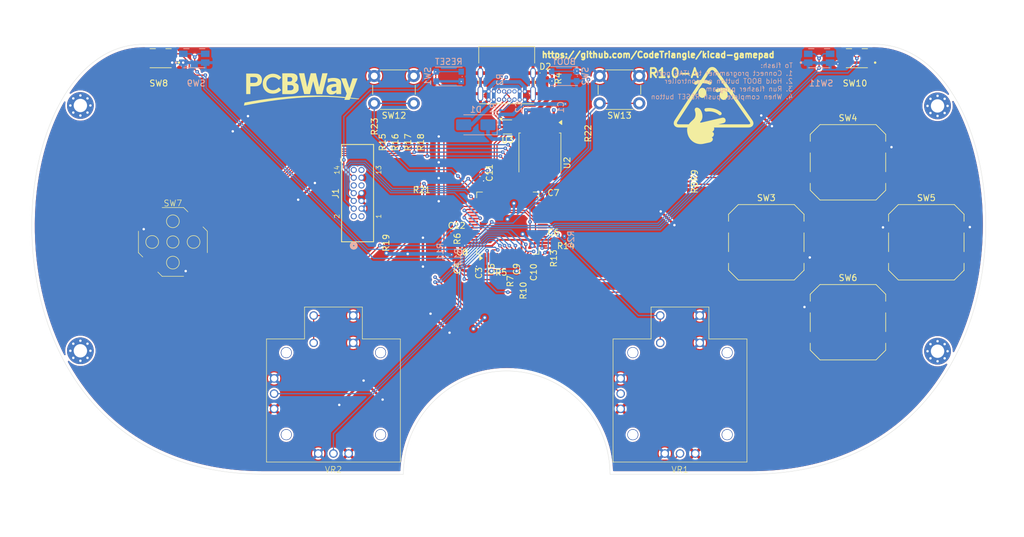
<source format=kicad_pcb>
(kicad_pcb (version 20241229) (generator "pcbnew") (generator_version "9.0")
  (title_block (title "${TITLE}") (date "2025-11-02") (rev "${REVISION}") (company "USU") (comment 1 "${AUTHOR}"))
  (layers (0 "F.Cu" signal) (2 "B.Cu" signal) (13 "F.Paste" user) (15 "B.Paste" user) (5 "F.SilkS" user "F.Silkscreen") (7 "B.SilkS" user "B.Silkscreen") (1 "F.Mask" user) (3 "B.Mask" user) (25 "Edge.Cuts" user))
  (property "AUTHOR" "Richard Snider (CodeTriangle)")
  (property "REVISION" "R1.0-A")
  (property "TITLE" "USB Gamepad Controller")
  (net 0 "")
  (net 1 "+5V")
  (net 2 "GND")
  (net 3 "nRST")
  (net 4 "BOOT0")
  (net 5 "/VUSB")
  (net 6 "Net-(D2-A)")
  (net 7 "SWDIO")
  (net 10 "SWO")
  (net 14 "SWCLK")
  (net 16 "D+")
  (net 17 "D-")
  (net 18 "ButtonLeft")
  (net 20 "LeftY")
  (net 23 "ButtonUp")
  (net 25 "ButtonRight")
  (net 27 "LeftX")
  (net 29 "ButtonDown")
  (net 31 "RightX")
  (net 33 "DPadRight")
  (net 34 "DPadDown")
  (net 39 "DPadUp")
  (net 41 "DPadCenter")
  (net 42 "DPadLeft")
  (net 43 "LeftTriggerTop")
  (net 44 "LeftTriggerBottom")
  (net 51 "RightTriggerTop")
  (net 53 "RightTriggerBottom")
  (net 56 "RightY")
  (net 60 "Net-(J2-CC1)")
  (net 61 "Net-(J2-CC2)")
  (net 62 "RightClick")
  (net 63 "LeftClick")
  (net 64 "+3.3V")
  (net 65 "ButtonStart")
  (net 66 "ButtonSelect")
  (footprint "3220_14_0100:CONN14_3220-14_CNC" (layer "F.Cu") (at 113.4 90.48 90)
    (property "Reference" "J1")
    (property "Value" "Conn_ST_STDC14")
  )
  (footprint "Capacitor_SMD:C_0201_0603Metric" (layer "F.Cu") (at 129.05 92.95 180)
    (property "Reference" "C12")
    (property "Value" "100n" (hide yes))
  )
  (footprint "Capacitor_SMD:C_0201_0603Metric" (layer "F.Cu") (at 133.701328 99.1773 -90)
    (property "Reference" "C5")
    (property "Value" "100n" (hide yes))
  )
  (footprint "Package_QFP:LQFP-64_10x10mm_P0.5mm" (layer "F.Cu") (at 137.451328 91.6023 90)
    (property "Reference" "U1" (hide yes))
    (property "Value" "STM32L476RGTx")
  )
  (footprint "Button_Switch_THT:SW_PUSH_6mm" (layer "F.Cu") (at 121.995 71.9 180)
    (property "Reference" "SW12")
    (property "Value" "SW_Push" (hide yes))
  )
  (footprint "Capacitor_SMD:C_0201_0603Metric" (layer "F.Cu") (at 144.945125 94.174)
    (property "Reference" "C6")
    (property "Value" "100n" (hide yes))
  )
  (footprint "Resistor_SMD:R_0201_0603Metric" (layer "F.Cu") (at 167.1 85.745 -90)
    (property "Reference" "R8")
    (property "Value" "10k")
  )
  (footprint "Button_Switch_SMD:SW_Push_1P1T_NO_CK_PTS125Sx43SMTR" (layer "F.Cu") (at 193.35 107.9)
    (property "Reference" "SW6")
    (property "Value" "SW_Push")
  )
  (footprint "Button_Switch_SMD:SW_Push_1P1T_NO_CK_PTS125Sx43SMTR" (layer "F.Cu") (at 193.35 81.6)
    (property "Reference" "SW4")
    (property "Value" "SW_Push")
  )
  (footprint "Button_Switch_SMD:SW_Push_1P1T_NO_CK_PTS125Sx43SMTR" (layer "F.Cu") (at 206.225 94.75)
    (property "Reference" "SW5")
    (property "Value" "SW_Push")
  )
  (footprint "Resistor_SMD:R_0201_0603Metric" (layer "F.Cu") (at 130.201328 94.1773 90)
    (property "Reference" "R6")
    (property "Value" "10k" (hide yes))
  )
  (footprint "Capacitor_SMD:C_0201_0603Metric" (layer "F.Cu") (at 139.945125 99.174 90)
    (property "Reference" "C9")
    (property "Value" "10n" (hide yes))
  )
  (footprint "Capacitor_SMD:C_0201_0603Metric" (layer "F.Cu") (at 144.945125 87.674)
    (property "Reference" "C7")
    (property "Value" "100n" (hide yes))
  )
  (footprint "Resistor_SMD:R_0201_0603Metric" (layer "F.Cu") (at 116.4 94.845 -90)
    (property "Reference" "R19")
    (property "Value" "10k")
  )
  (footprint "Connector_USB:USB_C_Receptacle_GCT_USB4085" (layer "F.Cu") (at 140.245125 71.284 180)
    (property "Reference" "J2" (hide yes))
    (property "Value" "USB_C_Receptacle_USB2.0_14P")
  )
  (footprint "Resistor_SMD:R_0201_0603Metric" (layer "F.Cu") (at 114.5 75.7 -90)
    (property "Reference" "R23")
    (property "Value" "10k")
  )
  (footprint "Capacitor_SMD:C_0201_0603Metric" (layer "F.Cu") (at 129.951328 95.3523 180)
    (property "Reference" "C8")
    (property "Value" "100n" (hide yes))
  )
  (footprint "Capacitor_SMD:C_0201_0603Metric" (layer "F.Cu") (at 133.445125 83.924 -90)
    (property "Reference" "C11")
    (property "Value" "100n" (hide yes))
  )
  (footprint "LED_SMD:LED_0201_0603Metric" (layer "F.Cu") (at 143.6 66.9)
    (property "Reference" "D2")
    (property "Value" "LED" (hide yes))
  )
  (footprint "Capacitor_SMD:C_0201_0603Metric" (layer "F.Cu") (at 131.65 99.805 -90)
    (property "Reference" "C3")
    (property "Value" "100n" (hide yes))
  )
  (footprint "Button_Switch_SMD:SW_Push_1P1T_NO_CK_PTS125Sx43SMTR" (layer "F.Cu") (at 179.925 94.75)
    (property "Reference" "SW3")
    (property "Value" "SW_Push")
  )
  (footprint "K1-1210UN-01:K1-1210UN-01" (layer "F.Cu") (at 82.409352 94.696357 -45)
    (property "Reference" "SW7")
    (property "Value" "~")
  )
  (footprint "Package_TO_SOT_SMD:SOT-363_SC-70-6" (layer "F.Cu") (at 137.396833 75.784659)
    (property "Reference" "U3")
    (property "Value" "NUP2202" (hide yes))
  )
  (footprint "Resistor_SMD:R_0201_0603Metric" (layer "F.Cu") (at 117.9 78.3 90)
    (property "Reference" "R15")
    (property "Value" "10k" (hide yes))
  )
  (footprint "Resistor_SMD:R_0201_0603Metric" (layer "F.Cu") (at 122.1 78.3 90)
    (property "Reference" "R17")
    (property "Value" "10k" (hide yes))
  )
  (footprint "Resistor_SMD:R_0201_0603Metric" (layer "F.Cu") (at 144.7 67.78 90)
    (property "Reference" "R4")
    (property "Value" "10k" (hide yes))
  )
  (footprint "Resistor_SMD:R_0201_0603Metric" (layer "F.Cu") (at 144.9 95.7)
    (property "Reference" "R14")
    (property "Value" "10k")
  )
  (footprint "MountingHole:MountingHole_2.2mm_M2_Pad_Via" (layer "F.Cu") (at 208.0695 72.320782)
    (property "Reference" "REF**" (hide yes))
    (property "Value" "MountingHole_2.2mm_M2_Pad_Via")
  )
  (footprint "Resistor_SMD:R_0201_0603Metric" (layer "F.Cu") (at 138.9 101.155 90)
    (property "Reference" "R7")
    (property "Value" "10k" (hide yes))
  )
  (footprint "MountingHole:MountingHole_2.2mm_M2_Pad_Via" (layer "F.Cu") (at 67.2095 72.250782)
    (property "Reference" "REF**" (hide yes))
    (property "Value" "MountingHole_2.2mm_M2_Pad_Via")
  )
  (footprint "MountingHole:MountingHole_2.2mm_M2_Pad_Via" (layer "F.Cu") (at 67.2095 112.600782)
    (property "Reference" "REF**" (hide yes))
    (property "Value" "MountingHole_2.2mm_M2_Pad_Via")
  )
  (footprint "Resistor_SMD:R_0201_0603Metric" (layer "F.Cu") (at 136.356933 98.681432 180)
    (property "Reference" "R5")
    (property "Value" "10k")
  )
  (footprint "Resistor_SMD:R_0201_0603Metric" (layer "F.Cu") (at 138.9 102.645 90)
    (property "Reference" "R10")
    (property "Value" "10k" (hide yes))
  )
  (footprint "3D16A1N:3D16A1N" (layer "F.Cu") (at 108.795 119.649)
    (property "Reference" "VR2")
    (property "Value" "~")
  )
  (footprint "Resistor_SMD:R_0201_0603Metric" (layer "F.Cu") (at 144 96.745 -90)
    (property "Reference" "R13")
    (property "Value" "10k")
  )
  (footprint "Button_Switch_THT:SW_PUSH_6mm" (layer "F.Cu") (at 159.045 71.9 180)
    (property "Reference" "SW13")
    (property "Value" "SW_Push" (hide yes))
  )
  (footprint "EVQ-P7A01P:SW_EVQ-P7A01P_Single" (layer "F.Cu") (at 80.4 64.474 180)
    (property "Reference" "SW8")
    (property "Value" "SW_Push")
  )
  (footprint "Capacitor_SMD:C_0201_0603Metric" (layer "F.Cu") (at 140.695125 99.174 90)
    (property "Reference" "C10")
    (property "Value" "1u" (hide yes))
  )
  (footprint "Resistor_SMD:R_0201_0603Metric" (layer "F.Cu") (at 124.2 78.3 90)
    (property "Reference" "R18")
    (property "Value" "10k" (hide yes))
  )
  (footprint "Resistor_SMD:R_0201_0603Metric" (layer "F.Cu") (at 123.3 85.1 180)
    (property "Reference" "R21")
    (property "Value" "10k")
  )
  (footprint "EVQ-P7A01P:SW_EVQ-P7A01P_Single" (layer "F.Cu") (at 194.815 64.474 180)
    (property "Reference" "SW10")
    (property "Value" "SW_Push")
  )
  (footprint "Resistor_SMD:R_0201_0603Metric" (layer "F.Cu") (at 120 78.3 90)
    (property "Reference" "R16")
    (property "Value" "10k" (hide yes))
  )
  (footprint "Package_TO_SOT_SMD:TO-252-2" (layer "F.Cu") (at 142.720125 80.089 -90)
    (property "Reference" "U2")
    (property "Value" "BD33FC0FP" (hide yes))
  )
  (footprint "Resistor_SMD:R_0201_0603Metric" (layer "F.Cu") (at 167.1 83.755 -90)
    (property "Reference" "R9")
    (property "Value" "10k")
  )
  (footprint "Resistor_SMD:R_0201_0603Metric" (layer "F.Cu") (at 149.6 76.845 -90)
    (property "Reference" "R22")
    (property "Value" "10k")
  )
  (footprint "MountingHole:MountingHole_2.2mm_M2_Pad_Via" (layer "F.Cu") (at 208.0695 112.670782)
    (property "Reference" "REF**" (hide yes))
    (property "Value" "MountingHole_2.2mm_M2_Pad_Via")
  )
  (footprint "Capacitor_SMD:C_0201_0603Metric" (layer "F.Cu") (at 130.201328 99.0223 90)
    (property "Reference" "C4")
    (property "Value" "4.7u" (hide yes))
  )
  (footprint "3D16A1N:3D16A1N" (layer "F.Cu") (at 165.745 119.649)
    (property "Reference" "VR1")
    (property "Value" "~")
  )
  (footprint "Resistor_SMD:R_0201_0603Metric" (layer "B.Cu") (at 127.4 96.3 -90)
    (property "Reference" "R11")
    (property "Value" "10k")
  )
  (footprint "Button_Switch_SMD:SW_Push_1P1T_NO_CK_KMR2" (layer "B.Cu") (at 146.695125 67.424)
    (property "Reference" "SW2")
    (property "Value" "SW_Push" (hide yes))
  )
  (footprint "Resistor_SMD:R_0201_0603Metric" (layer "B.Cu") (at 137.2 67.98 -90)
    (property "Reference" "R2")
    (property "Value" "5.1k" (hide yes))
  )
  (footprint "Button_Switch_SMD:SW_Push_1P1T_NO_CK_KMR2" (layer "B.Cu") (at 127.745125 67.474)
    (property "Reference" "SW1")
    (property "Value" "SW_Push" (hide yes))
  )
  (footprint "EVQ-P7A01P:SW_EVQ-P7A01P_Single" (layer "B.Cu") (at 188.615 64.474)
    (property "Reference" "SW11")
    (property "Value" "SW_Push")
  )
  (footprint "Resistor_SMD:R_0201_0603Metric" (layer "B.Cu") (at 128.2 97.155 90)
    (property "Reference" "R12")
    (property "Value" "10k")
  )
  (footprint "Resistor_SMD:R_0201_0603Metric" (layer "B.Cu") (at 146.78 94.27 90)
    (property "Reference" "R20")
    (property "Value" "10k")
  )
  (footprint "Resistor_SMD:R_0201_0603Metric" (layer "B.Cu") (at 136.195125 73.354 -90)
    (property "Reference" "R1")
    (property "Value" "5.1k")
  )
  (footprint "EVQ-P7A01P:SW_EVQ-P7A01P_Single" (layer "B.Cu") (at 85.925 64.474)
    (property "Reference" "SW9")
    (property "Value" "SW_Push")
  )
  (footprint "Diode_SMD:D_SMA" (layer "B.Cu") (at 132.195125 75.424 180)
    (property "Reference" "D1")
    (property "Value" "B120-E3" (hide yes))
  )
  (footprint "Capacitor_SMD:C_0402_1005Metric" (layer "B.Cu") (at 145 72.52 90)
    (property "Reference" "C1")
    (property "Value" "10u")
  )
  (footprint "Capacitor_SMD:C_0402_1005Metric" (layer "B.Cu") (at 140.4 72.5 -90)
    (property "Reference" "C2")
    (property "Value" "10u")
  )
  (gr_poly (pts (xy 168.543646 72.601343) (xy 168.57551 72.604186) (xy 168.608227 72.609024) (xy 168.641744 72.615892) (xy 168.676007 72.624825) (xy 168.710963 72.635856) (xy 168.755777 72.653188) (xy 168.799754 72.674088) (xy 168.842817 72.698417) (xy 168.88489 72.726037) (xy 168.925895 72.756809) (xy 168.965755 72.790597) (xy 169.004394 72.827261) (xy 169.041733 72.866664) (xy 169.077697 72.908667) (xy 169.112208 72.953134) (xy 169.145188 72.999924) (xy 169.176562 73.048901) (xy 169.206252 73.099926) (xy 169.234181 73.152862) (xy 169.260271 73.20757) (xy 169.284447 73.263911) (xy 169.311301 73.336779) (xy 169.340402 73.429952) (xy 169.369349 73.539458) (xy 169.395737 73.661323) (xy 169.407222 73.725649) (xy 169.417165 73.791576) (xy 169.425268 73.858606) (xy 169.431229 73.926243) (xy 169.434749 73.99399) (xy 169.435526 74.061351) (xy 169.433261 74.12783) (xy 169.427653 74.192929) (xy 169.419772 74.25246) (xy 169.410275 74.309123) (xy 169.399174 74.363077) (xy 169.386482 74.414487) (xy 169.372211 74.463513) (xy 169.356372 74.510317) (xy 169.338979 74.555061) (xy 169.320042 74.597907) (xy 169.299574 74.639017) (xy 169.277588 74.678552) (xy 169.254094 74.716675) (xy 169.229107 74.753546) (xy 169.202637 74.789329) (xy 169.174696 74.824184) (xy 169.145297 74.858274) (xy 169.114452 74.89176) (xy 169.103272 74.904033) (xy 169.093283 74.915979) (xy 169.084466 74.927584) (xy 169.0768 74.938836) (xy 169.070264 74.949723) (xy 169.064841 74.960234) (xy 169.060508 74.970355) (xy 169.057247 74.980075) (xy 169.055036 74.989381) (xy 169.053858 74.998261) (xy 169.05369 75.006703) (xy 169.054514 75.014694) (xy 169.056309 75.022223) (xy 169.059056 75.029277) (xy 169.062734 75.035843) (xy 169.067323 75.041911) (xy 169.072804 75.047467) (xy 169.079156 75.052498) (xy 169.08636 75.056994) (xy 169.094395 75.060942) (xy 169.103242 75.064329) (xy 169.11288 75.067143) (xy 169.12329 75.069373) (xy 169.134451 75.071005) (xy 169.146344 75.072027) (xy 169.158948 75.072428) (xy 169.172244 75.072195) (xy 169.186211 75.071316) (xy 169.200831 75.069779) (xy 169.216081 75.06757) (xy 169.231944 75.064679) (xy 169.248398 75.061093) (xy 169.724317 74.950629) (xy 172.667807 74.266351) (xy 172.700133 74.259884) (xy 172.735467 74.255034) (xy 172.773244 74.252232) (xy 172.812899 74.251907) (xy 172.853865 74.254492) (xy 172.874663 74.257009) (xy 172.895577 74.260415) (xy 172.916537 74.264764) (xy 172.937471 74.270109) (xy 172.95831 74.276504) (xy 172.978981 74.284004) (xy 172.999415 74.292661) (xy 173.019541 74.30253) (xy 173.039289 74.313664) (xy 173.058587 74.326118) (xy 173.077365 74.339945) (xy 173.095552 74.355199) (xy 173.113077 74.371934) (xy 173.129871 74.390204) (xy 173.145862 74.410062) (xy 173.160979 74.431563) (xy 173.175152 74.45476) (xy 173.188311 74.479707) (xy 173.200384 74.506458) (xy 173.211301 74.535066) (xy 173.220991 74.565586) (xy 173.229384 74.598072) (xy 173.236157 74.630964) (xy 173.240965 74.662736) (xy 173.243889 74.693403) (xy 173.245012 74.722976) (xy 173.244413 74.751467) (xy 173.242176 74.778891) (xy 173.238381 74.80526) (xy 173.23311 74.830585) (xy 173.226444 74.854881) (xy 173.218465 74.878159) (xy 173.209254 74.900433) (xy 173.198892 74.921715) (xy 173.187461 74.942018) (xy 173.175043 74.961355) (xy 173.161719 74.979738) (xy 173.14757 74.99718) (xy 173.132678 75.013694) (xy 173.117125 75.029292) (xy 173.100991 75.043987) (xy 173.084358 75.057793) (xy 173.067308 75.070721) (xy 173.049922 75.082784) (xy 173.014468 75.104367) (xy 172.978647 75.122645) (xy 172.943112 75.137718) (xy 172.908514 75.149689) (xy 172.875505 75.158659) (xy 171.038304 75.601835) (xy 171.052959 75.60912) (xy 171.091489 75.631027) (xy 171.117159 75.64749) (xy 171.145739 75.66764) (xy 171.176211 75.691485) (xy 171.207554 75.719038) (xy 171.238751 75.750307) (xy 171.268781 75.785303) (xy 171.28304 75.804202) (xy 171.296625 75.824036) (xy 171.309408 75.844808) (xy 171.321263 75.866517) (xy 171.332062 75.889166) (xy 171.341677 75.912755) (xy 171.349982 75.937287) (xy 171.356848 75.962761) (xy 171.362148 75.98918) (xy 171.365755 76.016545) (xy 171.367541 76.044857) (xy 171.367379 76.074117) (xy 171.365077 76.10872) (xy 171.361099 76.141911) (xy 171.355559 76.173712) (xy 171.348573 76.204142) (xy 171.340255 76.233222) (xy 171.33072 76.260973) (xy 171.320083 76.287414) (xy 171.308458 76.312568) (xy 171.29596 76.336453) (xy 171.282703 76.359091) (xy 171.268803 76.380503) (xy 171.254374 76.400708) (xy 171.239531 76.419727) (xy 171.224389 76.437581) (xy 171.209061 76.454291) (xy 171.193664 76.469876) (xy 171.178311 76.484358) (xy 171.163117 76.497756) (xy 171.133666 76.521386) (xy 171.106228 76.54093) (xy 171.081722 76.556553) (xy 171.061064 76.568417) (xy 171.045172 76.576689) (xy 171.031358 76.583109) (xy 171.045276 76.587557) (xy 171.061154 76.593534) (xy 171.081624 76.602384) (xy 171.105673 76.614386) (xy 171.132288 76.629816) (xy 171.160454 76.648953) (xy 171.189157 76.672075) (xy 171.203394 76.685218) (xy 171.217384 76.699461) (xy 171.231002 76.71484) (xy 171.24412 76.731388) (xy 171.256612 76.749142) (xy 171.268351 76.768135) (xy 171.27921 76.788403) (xy 171.289063 76.809979) (xy 171.297783 76.8329) (xy 171.305243 76.857199) (xy 171.311316 76.882912) (xy 171.315876 76.910072) (xy 171.318796 76.938716) (xy 171.319949 76.968878) (xy 171.319208 77.000592) (xy 171.316447 77.033893) (xy 171.311523 77.069185) (xy 171.304954 77.102663) (xy 171.296857 77.134371) (xy 171.287352 77.164355) (xy 171.276556 77.192662) (xy 171.264587 77.219335) (xy 171.251564 77.244422) (xy 171.237604 77.267967) (xy 171.222826 77.290015) (xy 171.207348 77.310614) (xy 171.191288 77.329807) (xy 171.174764 77.347641) (xy 171.157894 77.364161) (xy 171.140797 77.379413) (xy 171.12359 77.393442) (xy 171.106392 77.406294) (xy 171.089322 77.418014) (xy 171.072496 77.428648) (xy 171.040052 77.446839) (xy 171.010007 77.461232) (xy 170.983304 77.472191) (xy 170.960891 77.480081) (xy 170.943711 77.485265) (xy 170.928832 77.488976) (xy 170.940047 77.492388) (xy 170.952781 77.497075) (xy 170.969124 77.504122) (xy 170.988222 77.513811) (xy 171.009217 77.526421) (xy 171.031254 77.542234) (xy 171.053476 77.561529) (xy 171.064389 77.572571) (xy 171.075028 77.584588) (xy 171.085284 77.597617) (xy 171.095053 77.611691) (xy 171.104225 77.626847) (xy 171.112695 77.643118) (xy 171.120356 77.660541) (xy 171.127099 77.67915) (xy 171.132819 77.698981) (xy 171.137408 77.720068) (xy 171.14076 77.742446) (xy 171.142767 77.766151) (xy 171.143322 77.791217) (xy 171.142319 77.817681) (xy 171.139649 77.845575) (xy 171.135207 77.874937) (xy 171.12908 77.903601) (xy 171.120961 77.931246) (xy 171.110996 77.957877) (xy 171.099327 77.983504) (xy 171.086098 78.008132) (xy 171.071451 78.031768) (xy 171.05553 78.054422) (xy 171.038479 78.076098) (xy 171.020441 78.096805) (xy 171.001558 78.11655) (xy 170.981975 78.13534) (xy 170.961834 78.153182) (xy 170.941279 78.170083) (xy 170.920453 78.186051) (xy 170.878561 78.215216) (xy 170.837305 78.240734) (xy 170.797831 78.262662) (xy 170.761285 78.281058) (xy 170.728813 78.295981) (xy 170.680678 78.315634) (xy 170.662595 78.322083) (xy 169.619476 78.547639) (xy 169.508682 78.570299) (xy 169.398099 78.587008) (xy 169.287891 78.597877) (xy 169.178223 78.603021) (xy 169.069256 78.602549) (xy 168.961154 78.596576) (xy 168.854081 78.585214) (xy 168.748201 78.568574) (xy 168.643676 78.546769) (xy 168.54067 78.519912) (xy 168.439346 78.488114) (xy 168.339868 78.451489) (xy 168.242399 78.410148) (xy 168.147102 78.364204) (xy 168.054142 78.313769) (xy 167.96368 78.258955) (xy 167.875881 78.199875) (xy 167.790909 78.136641) (xy 167.708925 78.069366) (xy 167.630095 77.998161) (xy 167.55458 77.92314) (xy 167.482545 77.844414) (xy 167.414153 77.762096) (xy 167.349568 77.676298) (xy 167.288952 77.587132) (xy 167.232469 77.494712) (xy 167.180283 77.399148) (xy 167.132557 77.300554) (xy 167.089453 77.199042) (xy 167.051137 77.094724) (xy 167.017771 76.987712) (xy 166.989518 76.87812) (xy 166.967818 76.778144) (xy 166.949763 76.681398) (xy 166.935316 76.587739) (xy 166.924443 76.497022) (xy 166.917106 76.409106) (xy 166.913271 76.323847) (xy 166.912901 76.241104) (xy 166.915961 76.160732) (xy 166.922416 76.082589) (xy 166.932229 76.006532) (xy 166.945364 75.932419) (xy 166.961787 75.860106) (xy 166.981461 75.78945) (xy 167.00435 75.72031) (xy 167.030419 75.652541) (xy 167.059632 75.586002) (xy 167.091954 75.520548) (xy 167.127348 75.456038) (xy 167.165779 75.392328) (xy 167.207211 75.329276) (xy 167.251609 75.266739) (xy 167.298936 75.204573) (xy 167.402236 75.080787) (xy 167.516827 74.956773) (xy 167.642422 74.83139) (xy 167.778735 74.703495) (xy 167.925481 74.571944) (xy 167.987561 74.512706) (xy 168.044455 74.448931) (xy 168.095994 74.380748) (xy 168.142005 74.308286) (xy 168.182319 74.231676) (xy 168.216766 74.151046) (xy 168.245173 74.066526) (xy 168.267372 73.978245) (xy 168.283192 73.886332) (xy 168.292461 73.790917) (xy 168.29501 73.692129) (xy 168.290668 73.590098) (xy 168.279265 73.484953) (xy 168.260629 73.376822) (xy 168.23459 73.265836) (xy 168.200979 73.152124) (xy 168.189618 73.114196) (xy 168.180552 73.077326) (xy 168.173728 73.041552) (xy 168.169093 73.006906) (xy 168.166593 72.973424) (xy 168.166174 72.94114) (xy 168.167783 72.91009) (xy 168.171368 72.880307) (xy 168.176874 72.851826) (xy 168.184247 72.824682) (xy 168.193436 72.798909) (xy 168.204385 72.774543) (xy 168.217042 72.751618) (xy 168.231354 72.730168) (xy 168.247266 72.710228) (xy 168.264726 72.691832) (xy 168.28368 72.675016) (xy 168.304075 72.659815) (xy 168.325857 72.646261) (xy 168.348973 72.634391) (xy 168.37337 72.624239) (xy 168.398993 72.61584) (xy 168.42579 72.609227) (xy 168.453707 72.604437) (xy 168.482691 72.601503) (xy 168.512688 72.60046)) (fill yes) (layer "F.SilkS"))
  (gr_poly (pts (xy 173.007637 69.35157) (xy 173.218052 69.367479) (xy 173.41405 69.39499) (xy 173.594618 69.431446) (xy 173.758746 69.474193) (xy 173.905421 69.520575) (xy 174.033632 69.567936) (xy 174.142368 69.613621) (xy 174.297367 69.689343) (xy 174.362324 69.726498) (xy 174.374923 69.734814) (xy 174.386981 69.743623) (xy 174.398491 69.752901) (xy 174.409447 69.762623) (xy 174.419842 69.772765) (xy 174.42967 69.783302) (xy 174.438925 69.79421) (xy 174.447601 69.805465) (xy 174.45569 69.817042) (xy 174.463186 69.828916) (xy 174.470083 69.841064) (xy 174.476375 69.853461) (xy 174.482055 69.866083) (xy 174.487117 69.878904) (xy 174.491554 69.891902) (xy 174.49536 69.905051) (xy 174.498528 69.918326) (xy 174.501052 69.931704) (xy 174.502926 69.945161) (xy 174.504143 69.958671) (xy 174.504697 69.97221) (xy 174.504582 69.985754) (xy 174.50379 69.999279) (xy 174.502315 70.01276) (xy 174.500152 70.026172) (xy 174.497294 70.039492) (xy 174.493733 70.052695) (xy 174.489465 70.065756) (xy 174.484482 70.078651) (xy 174.478778 70.091356) (xy 174.472346 70.103846) (xy 174.465181 70.116097) (xy 174.457399 70.127912) (xy 174.449075 70.139171) (xy 174.440236 70.149868) (xy 174.430906 70.159998) (xy 174.421109 70.169558) (xy 174.410871 70.178542) (xy 174.400216 70.186945) (xy 174.38917 70.194764) (xy 174.377757 70.201993) (xy 174.366002 70.208628) (xy 174.35393 70.214664) (xy 174.341566 70.220097) (xy 174.328935 70.224921) (xy 174.316062 70.229132) (xy 174.302971 70.232726) (xy 174.289688 70.235697) (xy 174.276237 70.238042) (xy 174.262643 70.239755) (xy 174.248932 70.240831) (xy 174.235127 70.241267) (xy 174.221255 70.241057) (xy 174.207339 70.240197) (xy 174.193405 70.238683) (xy 174.179477 70.236508) (xy 174.165581 70.23367) (xy 174.151742 70.230162) (xy 174.137983 70.225981) (xy 174.124331 70.221122) (xy 174.11081 70.21558) (xy 174.097445 70.209351) (xy 174.08426 70.202429) (xy 174.071282 70.19481) (xy 174.018833 70.165644) (xy 173.965567 70.139075) (xy 173.895277 70.107271) (xy 173.808719 70.072295) (xy 173.706647 70.036215) (xy 173.589815 70.001097) (xy 173.458978 69.969005) (xy 173.388543 69.95474) (xy 173.31489 69.942006) (xy 173.238112 69.931062) (xy 173.158305 69.922165) (xy 173.075562 69.915575) (xy 172.989977 69.911549) (xy 172.901646 69.910346) (xy 172.810661 69.912223) (xy 172.717119 69.917439) (xy 172.621112 69.926252) (xy 172.522735 69.938921) (xy 172.422083 69.955703) (xy 172.319249 69.976858) (xy 172.214328 70.002642) (xy 172.107415 70.033314) (xy 171.998603 70.069133) (xy 171.982145 70.074314) (xy 171.965541 70.078459) (xy 171.948831 70.081585) (xy 171.932054 70.083711) (xy 171.915249 70.084855) (xy 171.898457 70.085033) (xy 171.881718 70.084266) (xy 171.86507 70.082569) (xy 171.848555 70.079962) (xy 171.832211 70.076462) (xy 171.816078 70.072086) (xy 171.800196 70.066854) (xy 171.784605 70.060783) (xy 171.769344 70.053891) (xy 171.754453 70.046195) (xy 171.739972 70.037714) (xy 171.730402 70.031456) (xy 171.721046 70.024838) (xy 171.711919 70.017867) (xy 171.703034 70.010548) (xy 171.694405 70.002886) (xy 171.686046 69.994886) (xy 171.677969 69.986553) (xy 171.670189 69.977894) (xy 171.662718 69.968913) (xy 171.655572 69.959615) (xy 171.648763 69.950007) (xy 171.642304 69.940092) (xy 171.63621 69.929878) (xy 171.630493 69.919368) (xy 171.625168 69.908569) (xy 171.620248 69.897485) (xy 171.614833 69.883741) (xy 171.610178 69.869935) (xy 171.606272 69.856089) (xy 171.603105 69.842226) (xy 171.600669 69.828368) (xy 171.598952 69.814538) (xy 171.597946 69.800759) (xy 171.59764 69.787052) (xy 171.598024 69.773442) (xy 171.599089 69.759951) (xy 171.600824 69.7466) (xy 171.60322 69.733414) (xy 171.606267 69.720414) (xy 171.609955 69.707623) (xy 171.614274 69.695064) (xy 171.619215 69.682759) (xy 171.624766 69.670732) (xy 171.63092 69.659004) (xy 171.637665 69.647599) (xy 171.644991 69.636538) (xy 171.65289 69.625846) (xy 171.661351 69.615544) (xy 171.670364 69.605654) (xy 171.679919 69.596201) (xy 171.690006 69.587206) (xy 171.700617 69.578691) (xy 171.711739 69.570681) (xy 171.723365 69.563196) (xy 171.735484 69.556261) (xy 171.748085 69.549897) (xy 171.76116 69.544127) (xy 171.774699 69.538974) (xy 171.909471 69.494736) (xy 172.042029 69.457048) (xy 172.172248 69.425581) (xy 172.3 69.4) (xy 172.547599 69.365175) (xy 172.783815 69.349916)) (fill yes) (layer "F.SilkS"))
  (gr_poly (pts (xy 101.741139 66.954176) (xy 101.812858 66.955995) (xy 101.88453 66.959028) (xy 101.956141 66.963275) (xy 102.027675 66.968735) (xy 102.099116 66.975408) (xy 102.170449 66.983292) (xy 102.194341 66.987104) (xy 102.218126 66.991423) (xy 102.241798 66.996246) (xy 102.265347 67.001572) (xy 102.288767 67.007396) (xy 102.312049 67.013717) (xy 102.335186 67.020533) (xy 102.358169 67.02784) (xy 102.380992 67.035635) (xy 102.403645 67.043917) (xy 102.426121 67.052683) (xy 102.448413 67.06193) (xy 102.470511 67.071656) (xy 102.49241 67.081857) (xy 102.5141 67.092532) (xy 102.535574 67.103678) (xy 102.556978 67.115243) (xy 102.577901 67.127547) (xy 102.598326 67.140575) (xy 102.618235 67.154308) (xy 102.637612 67.168732) (xy 102.656438 67.183829) (xy 102.674699 67.199584) (xy 102.692376 67.21598) (xy 102.709452 67.233001) (xy 102.72591 67.25063) (xy 102.741734 67.268851) (xy 102.756906 67.287647) (xy 102.77141 67.307003) (xy 102.785228 67.326901) (xy 102.798343 67.347326) (xy 102.810738 67.368261) (xy 102.82209 67.390515) (xy 102.83271 67.413077) (xy 102.842592 67.435931) (xy 102.851733 67.459058) (xy 102.860129 67.48244) (xy 102.867774 67.506059) (xy 102.874665 67.529896) (xy 102.880798 67.553933) (xy 102.886167 67.578152) (xy 102.890769 67.602534) (xy 102.894599 67.627062) (xy 102.897653 67.651717) (xy 102.899927 67.676481) (xy 102.901416 67.701336) (xy 102.902116 67.726263) (xy 102.902022 67.751244) (xy 102.901941 67.780851) (xy 102.900787 67.810366) (xy 102.898568 67.839762) (xy 102.895292 67.869011) (xy 102.890966 67.898084) (xy 102.885598 67.926955) (xy 102.879196 67.955596) (xy 102.871768 67.983978) (xy 102.863322 68.012074) (xy 102.853865 68.039855) (xy 102.843406 68.067295) (xy 102.831952 68.094365) (xy 102.819511 68.121038) (xy 102.80609 68.147285) (xy 102.791698 68.173079) (xy 102.776343 68.198392) (xy 102.760341 68.222381) (xy 102.74347 68.245676) (xy 102.725756 68.268254) (xy 102.707223 68.290097) (xy 102.687895 68.311184) (xy 102.667795 68.331494) (xy 102.646949 68.351008) (xy 102.625381 68.369705) (xy 102.603115 68.387565) (xy 102.580175 68.404567) (xy 102.556585 68.420692) (xy 102.53237 68.43592) (xy 102.507554 68.450229) (xy 102.482161 68.463601) (xy 102.456215 68.476013) (xy 102.429742 68.487448) (xy 102.429742 68.505307) (xy 102.465989 68.512578) (xy 102.501823 68.52125) (xy 102.537205 68.531302) (xy 102.572098 68.542715) (xy 102.606465 68.555468) (xy 102.640268 68.569542) (xy 102.673471 68.584916) (xy 102.706034 68.601571) (xy 102.737922 68.619485) (xy 102.769096 68.63864) (xy 102.79952 68.659015) (xy 102.829155 68.680591) (xy 102.857965 68.703346) (xy 102.885911 68.727261) (xy 102.912957 68.752315) (xy 102.939066 68.77849) (xy 102.950628 68.791505) (xy 102.961518 68.804756) (xy 102.971753 68.818245) (xy 102.981355 68.831975) (xy 102.990344 68.84595) (xy 102.99874 68.860171) (xy 103.013831 68.889367) (xy 103.026791 68.919586) (xy 103.037781 68.950852) (xy 103.04696 68.983187) (xy 103.05449 69.016615) (xy 103.060532 69.051159) (xy 103.065246 69.086843) (xy 103.068794 69.12369) (xy 103.071336 69.161722) (xy 103.073033 69.200964) (xy 103.074046 69.241438) (xy 103.074664 69.326177) (xy 103.074666 69.323531) (xy 103.075534 69.387178) (xy 103.07727 69.449477) (xy 103.078573 69.510194) (xy 103.078139 69.569097) (xy 103.076863 69.597796) (xy 103.074666 69.625954) (xy 103.071383 69.653543) (xy 103.066852 69.680532) (xy 103.060911 69.706894) (xy 103.053396 69.732599) (xy 103.044144 69.757617) (xy 103.032994 69.781921) (xy 103.02118 69.805178) (xy 103.008729 69.828059) (xy 102.995651 69.850551) (xy 102.981956 69.872642) (xy 102.967654 69.89432) (xy 102.952753 69.915573) (xy 102.937265 69.936389) (xy 102.921199 69.956756) (xy 102.904565 69.976661) (xy 102.887373 69.996093) (xy 102.869632 70.01504) (xy 102.851352 70.033489) (xy 102.832544 70.051428) (xy 102.813216 70.068845) (xy 102.793379 70.085728) (xy 102.773043 70.102066) (xy 102.749139 70.120412) (xy 102.724815 70.138143) (xy 102.700084 70.155253) (xy 102.674958 70.171737) (xy 102.649448 70.187587) (xy 102.623569 70.202797) (xy 102.59733 70.217361) (xy 102.570745 70.231274) (xy 102.543826 70.244529) (xy 102.516585 70.257119) (xy 102.489035 70.269039) (xy 102.461187 70.280282) (xy 102.433053 70.290842) (xy 102.404646 70.300713) (xy 102.375978 70.309888) (xy 102.347062 70.318363) (xy 102.274731 70.335151) (xy 102.201944 70.349519) (xy 102.128759 70.36146) (xy 102.05524 70.370966) (xy 101.981446 70.378031) (xy 101.907438 70.382647) (xy 101.833277 70.384809) (xy 101.759024 70.38451) (xy 100.385174 70.38451) (xy 100.385174 69.757449) (xy 101.240439 69.757449) (xy 101.287402 69.757449) (xy 101.571168 69.756292) (xy 101.673859 69.754845) (xy 101.750423 69.752819) (xy 101.76752 69.751844) (xy 101.784574 69.750474) (xy 101.801577 69.74871) (xy 101.818523 69.746553) (xy 101.835406 69.744006) (xy 101.852219 69.741069) (xy 101.868954 69.737745) (xy 101.885606 69.734035) (xy 101.902168 69.72994) (xy 101.918632 69.725462) (xy 101.934993 69.720603) (xy 101.951244 69.715364) (xy 101.967377 69.709747) (xy 101.983386 69.703753) (xy 101.999265 69.697384) (xy 102.015006 69.690642) (xy 102.028441 69.684998) (xy 102.04158 69.678807) (xy 102.054409 69.672082) (xy 102.066914 69.664834) (xy 102.07908 69.657078) (xy 102.090893 69.648826) (xy 102.102336 69.640089) (xy 102.113397 69.630883) (xy 102.124059 69.621218) (xy 102.13431 69.611108) (xy 102.144132 69.600565) (xy 102.153513 69.589603) (xy 102.162438 69.578234) (xy 102.170891 69.566471) (xy 102.178858 69.554327) (xy 102.186324 69.541813) (xy 102.193035 69.528979) (xy 102.199316 69.515959) (xy 102.205163 69.502764) (xy 102.210575 69.489403) (xy 102.215549 69.47589) (xy 102.220082 69.462233) (xy 102.22417 69.448445) (xy 102.227813 69.434536) (xy 102.231007 69.420517) (xy 102.233748 69.406399) (xy 102.236036 69.392193) (xy 102.237866 69.37791) (xy 102.239237 69.363561) (xy 102.240145 69.349156) (xy 102.240589 69.334707) (xy 102.240564 69.320225) (xy 102.242548 69.319563) (xy 102.243095 69.303114) (xy 102.242996 69.2867) (xy 102.242255 69.27034) (xy 102.240876 69.254053) (xy 102.238866 69.237857) (xy 102.236228 69.221769) (xy 102.232967 69.205808) (xy 102.229089 69.189992) (xy 102.224598 69.174339) (xy 102.219498 69.158867) (xy 102.213795 69.143594) (xy 102.207494 69.128539) (xy 102.200599 69.113719) (xy 102.193115 69.099153) (xy 102.185047 69.084859) (xy 102.1764 69.070854) (xy 102.166908 69.059087) (xy 102.157007 69.047711) (xy 102.146709 69.036735) (xy 102.136028 69.026169) (xy 102.124977 69.016022) (xy 102.113567 69.006302) (xy 102.101812 68.997018) (xy 102.089725 68.98818) (xy 102.077318 68.979797) (xy 102.064604 68.971877) (xy 102.051596 68.96443) (xy 102.038307 68.957464) (xy 102.02475 68.950988) (xy 102.010937 68.945012) (xy 101.996881 68.939545) (xy 101.982596 68.934595) (xy 101.956347 68.926609) (xy 101.929832 68.919689) (xy 101.903083 68.913841) (xy 101.876132 68.909071) (xy 101.849011 68.905383) (xy 101.821754 68.902782) (xy 101.794392 68.901273) (xy 101.766959 68.900861) (xy 101.399851 68.897554) (xy 101.240439 68.897554) (xy 101.240439 69.757449) (xy 100.385174 69.757449) (xy 100.385174 68.311501) (xy 101.243086 68.311501) (xy 101.352226 68.311501) (xy 101.539998 68.310922) (xy 101.609233 68.309547) (xy 101.637607 68.308398) (xy 101.661788 68.30687) (xy 101.673692 68.305913) (xy 101.685559 68.304675) (xy 101.697383 68.303158) (xy 101.709159 68.301363) (xy 101.720883 68.299291) (xy 101.73255 68.296943) (xy 101.744155 68.294321) (xy 101.755693 68.291426) (xy 101.76716 68.288258) (xy 101.77855 68.284821) (xy 101.789859 68.281114) (xy 101.801081 68.277139) (xy 101.812213 68.272897) (xy 101.823248 68.26839) (xy 101.834183 68.263618) (xy 101.845013 68.258584) (xy 101.856531 68.253603) (xy 101.86777 68.248124) (xy 101.878715 68.242159) (xy 101.889351 68.235721) (xy 101.899666 68.228823) (xy 101.909645 68.221478) (xy 101.919275 68.213699) (xy 101.92854 68.205498) (xy 101.937427 68.19689) (xy 101.945923 68.187887) (xy 101.954013 68.178501) (xy 101.961683 68.168746) (xy 101.968919 68.158635) (xy 101.975707 68.14818) (xy 101.982034 68.137395) (xy 101.987884 68.126292) (xy 101.992773 68.114491) (xy 101.997342 68.102579) (xy 102.001589 68.090563) (xy 102.005512 68.078449) (xy 102.009111 68.066244) (xy 102.012384 68.053955) (xy 102.01533 68.041587) (xy 102.017947 68.029148) (xy 102.020235 68.016644) (xy 102.022192 68.004082) (xy 102.023816 67.991469) (xy 102.025107 67.97881) (xy 102.026064 67.966112) (xy 102.026684 67.953383) (xy 102.026966 67.940628) (xy 102.02691 67.927855) (xy 102.026252 67.925209) (xy 102.025941 67.914088) (xy 102.025311 67.902996) (xy 102.024363 67.891941) (xy 102.0231 67.880928) (xy 102.021523 67.869966) (xy 102.019633 67.859059) (xy 102.017433 67.848216) (xy 102.014923 67.837442) (xy 102.012106 67.826744) (xy 102.008984 67.81613) (xy 102.005557 67.805604) (xy 102.001827 67.795175) (xy 101.997797 67.784849) (xy 101.993468 67.774633) (xy 101.988841 67.764532) (xy 101.983918 67.754555) (xy 101.978616 67.744015) (xy 101.972858 67.733769) (xy 101.966655 67.723829) (xy 101.960021 67.714208) (xy 101.95297 67.704918) (xy 101.945514 67.695972) (xy 101.937667 67.687383) (xy 101.929442 67.679163) (xy 101.920853 67.671325) (xy 101.911912 67.663882) (xy 101.902633 67.656846) (xy 101.893028 67.650229) (xy 101.883112 67.644045) (xy 101.872898 67.638306) (xy 101.862398 67.633025) (xy 101.851626 67.628214) (xy 101.839589 67.62335) (xy 101.827448 67.618787) (xy 101.815211 67.614526) (xy 101.802883 67.610569) (xy 101.790468 67.606918) (xy 101.777974 67.603572) (xy 101.765405 67.600534) (xy 101.752768 67.597804) (xy 101.740067 67.595383) (xy 101.72731 67.593273) (xy 101.714501 67.591475) (xy 101.701646 67.58999) (xy 101.688751 67.58882) (xy 101.675822 67.587964) (xy 101.662863 67.587425) (xy 101.649882 67.587204) (xy 101.584655 67.586687) (xy 101.505105 67.58555) (xy 101.411292 67.584413) (xy 101.303279 67.583897) (xy 101.243086 67.583897) (xy 101.243086 68.311501) (xy 100.385174 68.311501) (xy 100.385174 66.954188) (xy 101.597626 66.954188) (xy 101.66939 66.953574)) (fill yes) (layer "F.SilkS"))
  (gr_poly (pts (xy 106.531559 70.616249) (xy 107.670137 70.647139) (xy 108.763454 70.703004) (xy 109.831067 70.781565) (xy 110.892533 70.880543) (xy 113.075253 71.130637) (xy 112.950238 71.219272) (xy 109.589616 70.933356) (xy 108.776842 70.878582) (xy 107.925521 70.841062) (xy 107.010901 70.826084) (xy 106.008232 70.838933) (xy 104.343981 70.9067) (xy 102.742601 71.015202) (xy 101.197514 71.159902) (xy 99.702136 71.336267) (xy 98.249887 71.539763) (xy 96.834187 71.765854) (xy 95.448455 72.010005) (xy 94.086108 72.267683) (xy 94.189295 71.770267) (xy 95.41058 71.550374) (xy 96.635364 71.352817) (xy 97.86334 71.177632) (xy 99.094202 71.024854) (xy 100.327641 70.894518) (xy 101.563352 70.78666) (xy 102.801026 70.701314) (xy 104.040357 70.638515) (xy 104.040362 70.638515) (xy 104.040366 70.638515) (xy 104.040375 70.638514) (xy 104.040384 70.638513) (xy 104.040389 70.638512) (xy 104.040394 70.638512) (xy 105.328164 70.612614)) (fill yes) (layer "F.SilkS"))
  (gr_poly (pts (xy 169.45082 69.349882) (xy 169.484397 69.353077) (xy 169.517488 69.358338) (xy 169.550051 69.365614) (xy 169.582044 69.374851) (xy 169.613425 69.385998) (xy 169.644154 69.399004) (xy 169.674188 69.413815) (xy 169.703485 69.43038) (xy 169.732005 69.448646) (xy 169.759704 69.468563) (xy 169.786543 69.490076) (xy 169.812478 69.513136) (xy 169.837468 69.537688) (xy 169.861473 69.563682) (xy 169.884449 69.591065) (xy 169.906355 69.619785) (xy 169.92715 69.64979) (xy 169.946792 69.681029) (xy 169.96524 69.713448) (xy 169.982451 69.746996) (xy 169.998384 69.78162) (xy 170.012997 69.81727) (xy 170.026249 69.853891) (xy 170.038098 69.891434) (xy 170.048502 69.929844) (xy 170.05742 69.969071) (xy 170.06481 70.009063) (xy 170.07063 70.049766) (xy 170.074839 70.09113) (xy 170.077395 70.133101) (xy 170.078256 70.175629) (xy 170.077395 70.218185) (xy 170.074839 70.260182) (xy 170.07063 70.301568) (xy 170.06481 70.34229) (xy 170.048502 70.421536) (xy 170.026249 70.497506) (xy 169.998384 70.569784) (xy 169.96524 70.637955) (xy 169.92715 70.701604) (xy 169.906355 70.731604) (xy 169.884449 70.760317) (xy 169.861473 70.787691) (xy 169.837468 70.813676) (xy 169.812478 70.838219) (xy 169.786543 70.861269) (xy 169.759704 70.882772) (xy 169.732005 70.902678) (xy 169.703485 70.920934) (xy 169.674188 70.937489) (xy 169.644154 70.952291) (xy 169.613425 70.965288) (xy 169.582044 70.976427) (xy 169.550051 70.985658) (xy 169.517488 70.992927) (xy 169.484397 70.998184) (xy 169.45082 71.001376) (xy 169.416798 71.002452) (xy 169.382776 71.001376) (xy 169.349199 70.998184) (xy 169.316108 70.992927) (xy 169.283545 70.985658) (xy 169.251552 70.976427) (xy 169.22017 70.965288) (xy 169.189442 70.952291) (xy 169.159408 70.937489) (xy 169.13011 70.920934) (xy 169.101591 70.902678) (xy 169.073891 70.882772) (xy 169.047053 70.861269) (xy 169.021118 70.838219) (xy 168.996127 70.813676) (xy 168.972123 70.787691) (xy 168.949147 70.760317) (xy 168.92724 70.731604) (xy 168.906445 70.701604) (xy 168.886803 70.670371) (xy 168.868356 70.637955) (xy 168.851145 70.604409) (xy 168.835212 70.569784) (xy 168.820599 70.534132) (xy 168.807347 70.497506) (xy 168.795498 70.459956) (xy 168.785093 70.421536) (xy 168.776176 70.382296) (xy 168.768786 70.34229) (xy 168.762965 70.301568) (xy 168.758757 70.260182) (xy 168.756201 70.218185) (xy 168.755339 70.175629) (xy 168.756201 70.133101) (xy 168.758757 70.09113) (xy 168.762965 70.049766) (xy 168.768786 70.009063) (xy 168.785093 69.929844) (xy 168.807347 69.853891) (xy 168.835212 69.78162) (xy 168.868356 69.713448) (xy 168.906445 69.64979) (xy 168.92724 69.619785) (xy 168.949147 69.591065) (xy 168.972123 69.563682) (xy 168.996127 69.537688) (xy 169.021118 69.513136) (xy 169.047053 69.490076) (xy 169.073891 69.468563) (xy 169.101591 69.448646) (xy 169.13011 69.43038) (xy 169.159408 69.413815) (xy 169.189442 69.399004) (xy 169.22017 69.385998) (xy 169.251552 69.374851) (xy 169.283545 69.365614) (xy 169.316108 69.358338) (xy 169.349199 69.353077) (xy 169.382776 69.349882) (xy 169.416798 69.348806)) (fill yes) (layer "F.SilkS"))
  (gr_poly (pts (xy 169.610246 68.028619) (xy 169.807632 68.042753) (xy 169.990233 68.066858) (xy 170.156858 68.098354) (xy 170.306317 68.134661) (xy 170.437421 68.173197) (xy 170.548979 68.211381) (xy 170.7087 68.276374) (xy 170.775962 68.308993) (xy 170.789136 68.316428) (xy 170.801803 68.324394) (xy 170.813953 68.332866) (xy 170.825578 68.34182) (xy 170.836672 68.351232) (xy 170.847224 68.361078) (xy 170.857228 68.371334) (xy 170.866675 68.381976) (xy 170.875558 68.392979) (xy 170.883867 68.404321) (xy 170.891595 68.415976) (xy 170.898734 68.427922) (xy 170.905276 68.440133) (xy 170.911212 68.452585) (xy 170.916535 68.465256) (xy 170.921236 68.47812) (xy 170.925307 68.491153) (xy 170.92874 68.504332) (xy 170.931527 68.517633) (xy 170.93366 68.53103) (xy 170.935131 68.544502) (xy 170.935931 68.558022) (xy 170.936053 68.571568) (xy 170.935488 68.585116) (xy 170.934228 68.59864) (xy 170.932266 68.612118) (xy 170.929593 68.625525) (xy 170.9262 68.638836) (xy 170.922081 68.652029) (xy 170.917226 68.665079) (xy 170.911627 68.677962) (xy 170.905278 68.690654) (xy 170.898286 68.702955) (xy 170.890722 68.714737) (xy 170.882609 68.725996) (xy 170.873972 68.736723) (xy 170.864834 68.746914) (xy 170.855221 68.756561) (xy 170.845155 68.765658) (xy 170.834662 68.7742) (xy 170.823765 68.782179) (xy 170.812489 68.789589) (xy 170.800858 68.796423) (xy 170.788896 68.802677) (xy 170.776626 68.808342) (xy 170.764074 68.813413) (xy 170.751264 68.817884) (xy 170.738219 68.821747) (xy 170.724963 68.824997) (xy 170.711522 68.827628) (xy 170.697918 68.829632) (xy 170.684177 68.831004) (xy 170.670323 68.831738) (xy 170.656378 68.831826) (xy 170.642369 68.831262) (xy 170.628318 68.830041) (xy 170.614251 68.828156) (xy 170.60019 68.8256) (xy 170.586161 68.822367) (xy 170.572188 68.818451) (xy 170.558294 68.813845) (xy 170.544504 68.808543) (xy 170.530842 68.802539) (xy 170.517332 68.795826) (xy 170.463182 68.770354) (xy 170.408278 68.747484) (xy 170.336016 68.720539) (xy 170.247291 68.69153) (xy 170.143001 68.662468) (xy 170.02404 68.635365) (xy 169.891304 68.61223) (xy 169.82005 68.60278) (xy 169.745689 68.595076) (xy 169.668331 68.58937) (xy 169.58809 68.585913) (xy 169.505077 68.584957) (xy 169.419404 68.586753) (xy 169.331184 68.591552) (xy 169.240527 68.599606) (xy 169.147546 68.611166) (xy 169.052353 68.626483) (xy 168.955061 68.645809) (xy 168.85578 68.669395) (xy 168.754623 68.697493) (xy 168.651702 68.730354) (xy 168.547128 68.768229) (xy 168.441015 68.81137) (xy 168.424957 68.817617) (xy 168.408684 68.822846) (xy 168.392238 68.827074) (xy 168.37566 68.830315) (xy 168.35899 68.832583) (xy 168.342271 68.833892) (xy 168.325543 68.834258) (xy 168.308847 68.833695) (xy 168.292225 68.832217) (xy 168.275718 68.829838) (xy 168.259367 68.826575) (xy 168.243213 68.82244) (xy 168.227298 68.817448) (xy 168.211661 68.811615) (xy 168.196346 68.804954) (xy 168.181393 68.79748) (xy 168.171322 68.791896) (xy 168.161457 68.785937) (xy 168.151812 68.779607) (xy 168.142398 68.772913) (xy 168.133228 68.765858) (xy 168.124315 68.758447) (xy 168.115671 68.750686) (xy 168.107309 68.742579) (xy 168.099242 68.734131) (xy 168.091482 68.725346) (xy 168.084042 68.71623) (xy 168.076934 68.706788) (xy 168.070171 68.697024) (xy 168.063766 68.686943) (xy 168.05773 68.67655) (xy 168.052078 68.66585) (xy 168.045759 68.652485) (xy 168.040191 68.63901) (xy 168.035367 68.625447) (xy 168.031279 68.61182) (xy 168.027917 68.598151) (xy 168.025273 68.584464) (xy 168.023341 68.570782) (xy 168.02211 68.557128) (xy 168.021574 68.543524) (xy 168.021725 68.529994) (xy 168.022553 68.516562) (xy 168.02405 68.503249) (xy 168.026209 68.49008) (xy 168.029022 68.477077) (xy 168.03248 68.464263) (xy 168.036575 68.451661) (xy 168.041298 68.439295) (xy 168.046643 68.427188) (xy 168.052599 68.415362) (xy 168.05916 68.403841) (xy 168.066318 68.392647) (xy 168.074063 68.381804) (xy 168.082388 68.371336) (xy 168.091285 68.361264) (xy 168.100745 68.351612) (xy 168.11076 68.342403) (xy 168.121322 68.333661) (xy 168.132424 68.325407) (xy 168.144056 68.317666) (xy 168.15621 68.310461) (xy 168.168879 68.303814) (xy 168.182054 68.297748) (xy 168.313493 68.244458) (xy 168.44317 68.197855) (xy 168.570934 68.157616) (xy 168.696638 68.123418) (xy 168.94127 68.071857) (xy 169.175875 68.040591) (xy 169.399263 68.027038)) (fill yes) (layer "F.SilkS"))
  (gr_poly (pts (xy 108.868532 67.717134) (xy 108.947869 67.719806) (xy 109.024368 67.724203) (xy 109.09803 67.730327) (xy 109.168855 67.738176) (xy 109.236843 67.747752) (xy 109.301994 67.759054) (xy 109.364308 67.772081) (xy 109.423785 67.786835) (xy 109.480425 67.803315) (xy 109.534228 67.82152) (xy 109.585194 67.841452) (xy 109.633323 67.863109) (xy 109.678615 67.886493) (xy 109.72107 67.911603) (xy 109.760688 67.938438) (xy 109.797693 67.967059) (xy 109.832311 67.997525) (xy 109.864542 68.029836) (xy 109.894385 68.063991) (xy 109.921841 68.099992) (xy 109.946909 68.137837) (xy 109.96959 68.177527) (xy 109.989883 68.219062) (xy 110.007789 68.262442) (xy 110.023307 68.307667) (xy 110.036438 68.354736) (xy 110.047182 68.403651) (xy 110.055538 68.45441) (xy 110.061506 68.507014) (xy 110.065087 68.561462) (xy 110.066281 68.617756) (xy 110.066281 70.374588) (xy 109.263932 70.374588) (xy 109.263932 70.100083) (xy 109.261285 70.102069) (xy 109.182737 70.16838) (xy 109.112457 70.227083) (xy 109.091938 70.243128) (xy 109.070969 70.258552) (xy 109.049564 70.273345) (xy 109.027738 70.2875) (xy 109.005505 70.301006) (xy 108.98288 70.313856) (xy 108.959876 70.326039) (xy 108.936509 70.337548) (xy 108.907615 70.352263) (xy 108.878294 70.365949) (xy 108.848572 70.378599) (xy 108.818479 70.390207) (xy 108.788042 70.400766) (xy 108.757288 70.410272) (xy 108.726245 70.418718) (xy 108.694941 70.426097) (xy 108.663404 70.432404) (xy 108.63166 70.437633) (xy 108.599739 70.441778) (xy 108.567667 70.444833) (xy 108.535473 70.446791) (xy 108.503183 70.447647) (xy 108.470827 70.447395) (xy 108.43843 70.446028) (xy 108.398409 70.446063) (xy 108.358629 70.444039) (xy 108.319163 70.439986) (xy 108.280084 70.433931) (xy 108.241463 70.425906) (xy 108.203373 70.415937) (xy 108.165887 70.404056) (xy 108.129076 70.39029) (xy 108.093013 70.37467) (xy 108.057771 70.357224) (xy 108.023421 70.337981) (xy 107.990037 70.316971) (xy 107.957689 70.294223) (xy 107.926452 70.269766) (xy 107.896396 70.243629) (xy 107.867594 70.215841) (xy 107.839977 70.186229) (xy 107.814021 70.155394) (xy 107.789754 70.123406) (xy 107.767206 70.090337) (xy 107.746402 70.056257) (xy 107.727372 70.021239) (xy 107.710142 69.985353) (xy 107.694742 69.94867) (xy 107.681198 69.911262) (xy 107.669538 69.8732) (xy 107.659791 69.834555) (xy 107.651984 69.795398) (xy 107.646145 69.755801) (xy 107.642301 69.715835) (xy 107.640481 69.67557) (xy 107.640712 69.635079) (xy 107.639926 69.604669) (xy 107.640243 69.574322) (xy 107.641208 69.55367) (xy 108.459922 69.55367) (xy 108.46026 69.566948) (xy 108.460648 69.58921) (xy 108.461809 69.610601) (xy 108.463744 69.631117) (xy 108.466451 69.650757) (xy 108.469929 69.669517) (xy 108.474178 69.687394) (xy 108.479196 69.704386) (xy 108.484982 69.720489) (xy 108.491536 69.735701) (xy 108.498856 69.750019) (xy 108.506941 69.763439) (xy 108.515791 69.775959) (xy 108.525405 69.787576) (xy 108.535781 69.798287) (xy 108.546918 69.808089) (xy 108.558817 69.816979) (xy 108.575358 69.826075) (xy 108.592184 69.83453) (xy 108.609277 69.842338) (xy 108.626618 69.849497) (xy 108.644188 69.856001) (xy 108.661968 69.861846) (xy 108.67994 69.867028) (xy 108.698085 69.871544) (xy 108.716384 69.875387) (xy 108.734818 69.878555) (xy 108.753368 69.881042) (xy 108.772016 69.882845) (xy 108.790744 69.883959) (xy 108.809531 69.88438) (xy 108.82836 69.884103) (xy 108.847212 69.883125) (xy 108.861235 69.882746) (xy 108.875228 69.882009) (xy 108.889184 69.880914) (xy 108.903096 69.879463) (xy 108.916958 69.877658) (xy 108.930762 69.8755) (xy 108.944501 69.872991) (xy 108.95817 69.870131) (xy 108.971762 69.866923) (xy 108.985269 69.863369) (xy 108.998686 69.859469) (xy 109.012004 69.855225) (xy 109.025218 69.850638) (xy 109.038322 69.845711) (xy 109.051307 69.840444) (xy 109.064168 69.834839) (xy 109.077865 69.828685) (xy 109.09141 69.822235) (xy 109.1048 69.815492) (xy 109.118029 69.808459) (xy 109.131094 69.801139) (xy 109.143988 69.793535) (xy 109.156709 69.78565) (xy 109.169251 69.777487) (xy 109.18161 69.769049) (xy 109.193781 69.76034) (xy 109.20576 69.751362) (xy 109.217541 69.742118) (xy 109.229121 69.732612) (xy 109.240496 69.722846) (xy 109.251659 69.712823) (xy 109.262607 69.702547) (xy 109.263932 69.703208) (xy 109.263932 69.162136) (xy 109.078227 69.181484) (xy 108.933202 69.197854) (xy 108.901365 69.202094) (xy 108.86968 69.207234) (xy 108.838166 69.213269) (xy 108.806843 69.220196) (xy 108.77573 69.228009) (xy 108.744844 69.236704) (xy 108.714206 69.246277) (xy 108.683834 69.256723) (xy 108.671809 69.260774) (xy 108.659968 69.265249) (xy 108.648319 69.270141) (xy 108.636874 69.275443) (xy 108.625643 69.281148) (xy 108.614635 69.287249) (xy 108.603862 69.293739) (xy 108.593333 69.300611) (xy 108.583059 69.307858) (xy 108.57305 69.315474) (xy 108.563316 69.323451) (xy 108.553867 69.331782) (xy 108.544714 69.340461) (xy 108.535867 69.349479) (xy 108.527336 69.358832) (xy 108.519131 69.368511) (xy 108.511607 69.379456) (xy 108.504572 69.390673) (xy 108.498032 69.402146) (xy 108.491992 69.413857) (xy 108.486456 69.425789) (xy 108.481429 69.437928) (xy 108.476916 69.450254) (xy 108.472923 69.462753) (xy 108.469454 69.475408) (xy 108.466514 69.488201) (xy 108.464108 69.501117) (xy 108.462241 69.514138) (xy 108.460917 69.527249) (xy 108.460143 69.540432) (xy 108.459922 69.55367) (xy 107.641208 69.55367) (xy 107.641656 69.544065) (xy 107.644157 69.513927) (xy 107.64774 69.483938) (xy 107.652397 69.454126) (xy 107.658121 69.424519) (xy 107.664904 69.395148) (xy 107.672741 69.366039) (xy 107.681623 69.337222) (xy 107.691543 69.308726) (xy 107.702494 69.280579) (xy 107.714469 69.25281) (xy 107.727462 69.225448) (xy 107.741463 69.198521) (xy 107.756468 69.172059) (xy 107.77219 69.149342) (xy 107.788661 69.127236) (xy 107.805862 69.105757) (xy 107.823773 69.084921) (xy 107.842375 69.064744) (xy 107.86165 69.045243) (xy 107.881578 69.026433) (xy 107.902141 69.008332) (xy 107.923319 68.990954) (xy 107.945093 68.974316) (xy 107.967445 68.958435) (xy 107.990355 68.943326) (xy 108.013804 68.929005) (xy 108.037773 68.91549) (xy 108.062244 68.902795) (xy 108.087197 68.890938) (xy 108.149901 68.863631) (xy 108.21355 68.838815) (xy 108.278067 68.816513) (xy 108.343379 68.796745) (xy 108.40941 68.779531) (xy 108.476086 68.764895) (xy 108.543331 68.752855) (xy 108.611072 68.743434) (xy 108.766226 68.723053) (xy 108.927084 68.7054) (xy 109.093647 68.690228) (xy 109.265916 68.677288) (xy 109.265916 68.663396) (xy 109.266782 68.652017) (xy 109.26722 68.640676) (xy 109.267237 68.629383) (xy 109.266838 68.618148) (xy 109.266027 68.606982) (xy 109.26481 68.595893) (xy 109.263193 68.584891) (xy 109.26118 68.573987) (xy 109.258776 68.56319) (xy 109.255987 68.552511) (xy 109.252819 68.541958) (xy 109.249276 68.531542) (xy 109.245363 68.521272) (xy 109.241087 68.511159) (xy 109.236452 68.501212) (xy 109.231463 68.491441) (xy 109.226125 68.481856) (xy 109.220445 68.472466) (xy 109.214427 68.463282) (xy 109.208076 68.454313) (xy 109.201397 68.44557) (xy 109.194397 68.437061) (xy 109.18708 68.428798) (xy 109.179451 68.420789) (xy 109.171515 68.413044) (xy 109.163279 68.405574) (xy 109.154746 68.398388) (xy 109.145923 68.391496) (xy 109.136814 68.384908) (xy 109.127426 68.378633) (xy 109.117762 68.372682) (xy 109.107829 68.367064) (xy 109.07962 68.355746) (xy 109.051143 68.345245) (xy 109.022414 68.335563) (xy 108.993453 68.326705) (xy 108.964277 68.318672) (xy 108.934903 68.311469) (xy 108.905349 68.305098) (xy 108.875634 68.299562) (xy 108.845774 68.294864) (xy 108.815789 68.291007) (xy 108.785695 68.287995) (xy 108.75551 68.28583) (xy 108.725253 68.284515) (xy 108.69494 68.284054) (xy 108.664591 68.28445) (xy 108.634222 68.285705) (xy 108.591769 68.287393) (xy 108.549426 68.290452) (xy 108.507226 68.294876) (xy 108.465201 68.30066) (xy 108.423386 68.3078) (xy 108.381813 68.316289) (xy 108.340514 68.326124) (xy 108.299522 68.337298) (xy 108.251795 68.350847) (xy 108.204333 68.365257) (xy 108.15715 68.380526) (xy 108.110255 68.396648) (xy 108.063661 68.413619) (xy 108.01738 68.431436) (xy 107.971423 68.450095) (xy 107.925801 68.46959) (xy 107.859655 68.46959) (xy 107.859655 67.845173) (xy 107.891963 67.836277) (xy 107.92886 67.826962) (xy 107.970346 67.817244) (xy 108.016421 67.807139) (xy 108.122337 67.785827) (xy 108.24661 67.763151) (xy 108.31354 67.752081) (xy 108.380672 67.742492) (xy 108.447984 67.734387) (xy 108.515449 67.727767) (xy 108.583044 67.722635) (xy 108.650744 67.718993) (xy 108.718524 67.716844) (xy 108.786359 67.716188)) (fill yes) (layer "F.SilkS"))
  (gr_poly (pts (xy 95.7 67) (xy 95.835239 67.002475) (xy 95.956943 67.006563) (xy 96.065106 67.012232) (xy 96.159719 67.019451) (xy 96.240775 67.028189) (xy 96.308266 67.038416) (xy 96.362184 67.0501) (xy 96.398496 67.060546) (xy 96.434217 67.072486) (xy 96.469305 67.085893) (xy 96.50372 67.100739) (xy 96.537419 67.116995) (xy 96.570361 67.134633) (xy 96.602504 67.153625) (xy 96.633808 67.173943) (xy 96.66423 67.195559) (xy 96.693729 67.218443) (xy 96.722263 67.242569) (xy 96.749792 67.267908) (xy 96.776273 67.294432) (xy 96.801665 67.322112) (xy 96.825927 67.350921) (xy 96.849017 67.380829) (xy 96.874123 67.417042) (xy 96.897612 67.454162) (xy 96.919469 67.492132) (xy 96.939675 67.5309) (xy 96.958216 67.570409) (xy 96.975073 67.610606) (xy 96.990231 67.651435) (xy 97.003673 67.692842) (xy 97.015383 67.734772) (xy 97.025344 67.77717) (xy 97.033539 67.819981) (xy 97.039952 67.863151) (xy 97.044567 67.906624) (xy 97.047367 67.950346) (xy 97.048334 67.994263) (xy 97.047454 68.038319) (xy 97.048051 68.072248) (xy 97.047603 68.106123) (xy 97.046113 68.13992) (xy 97.043588 68.173616) (xy 97.040033 68.207187) (xy 97.035451 68.240609) (xy 97.02985 68.27386) (xy 97.023232 68.306916) (xy 97.015605 68.339754) (xy 97.006972 68.372349) (xy 96.997339 68.40468) (xy 96.98671 68.436722) (xy 96.975092 68.468451) (xy 96.962488 68.499845) (xy 96.948904 68.530881) (xy 96.934345 68.561534) (xy 96.921263 68.585995) (xy 96.907476 68.610015) (xy 96.892996 68.633582) (xy 96.877837 68.65668) (xy 96.86201 68.679296) (xy 96.845526 68.701416) (xy 96.828399 68.723026) (xy 96.810639 68.744112) (xy 96.79226 68.764659) (xy 96.773274 68.784655) (xy 96.753691 68.804086) (xy 96.733526 68.822936) (xy 96.712789 68.841193) (xy 96.691493 68.858842) (xy 96.669649 68.87587) (xy 96.647271 68.892262) (xy 96.627305 68.906417) (xy 96.607007 68.920041) (xy 96.586388 68.933131) (xy 96.565459 68.945679) (xy 96.544231 68.957683) (xy 96.522714 68.969137) (xy 96.500919 68.980035) (xy 96.478857 68.990374) (xy 96.456539 69.000147) (xy 96.433976 69.009351) (xy 96.411179 69.01798) (xy 96.388158 69.02603) (xy 96.364924 69.033495) (xy 96.341489 69.040371) (xy 96.317863 69.046652) (xy 96.294056 69.052334) (xy 96.206223 69.065772) (xy 96.118133 69.077123) (xy 96.029824 69.086386) (xy 95.941333 69.093558) (xy 95.852697 69.098636) (xy 95.763954 69.101618) (xy 95.67514 69.102501) (xy 95.586293 69.101283) (xy 95.141793 69.101283) (xy 95.141793 70.375251) (xy 94.456523 70.377897) (xy 94.456523 67.574636) (xy 95.139149 67.574636) (xy 95.139149 68.532428) (xy 95.51155 68.532428) (xy 95.608346 68.53162) (xy 95.69681 68.529193) (xy 95.776917 68.525137) (xy 95.848645 68.519447) (xy 95.911971 68.512112) (xy 95.966871 68.503127) (xy 96.013322 68.492483) (xy 96.033371 68.486537) (xy 96.0513 68.480173) (xy 96.067378 68.473833) (xy 96.083161 68.466901) (xy 96.098634 68.459389) (xy 96.113784 68.451309) (xy 96.128595 68.442671) (xy 96.143052 68.433488) (xy 96.157141 68.42377) (xy 96.170848 68.413529) (xy 96.184157 68.402777) (xy 96.197053 68.391525) (xy 96.209523 68.379783) (xy 96.221551 68.367565) (xy 96.233122 68.35488) (xy 96.244223 68.341741) (xy 96.254837 68.32816) (xy 96.264952 68.314146) (xy 96.27443 68.299317) (xy 96.283309 68.284174) (xy 96.291582 68.268736) (xy 96.299246 68.253021) (xy 96.306295 68.237048) (xy 96.312722 68.220836) (xy 96.318524 68.204402) (xy 96.323694 68.187765) (xy 96.328227 68.170943) (xy 96.332118 68.153955) (xy 96.335362 68.136819) (xy 96.337952 68.119553) (xy 96.339885 68.102176) (xy 96.341154 68.084707) (xy 96.341755 68.067163) (xy 96.341681 68.049564) (xy 96.341916 68.02865) (xy 96.341161 68.007832) (xy 96.339428 67.987143) (xy 96.33673 67.966614) (xy 96.333077 67.946279) (xy 96.328481 67.92617) (xy 96.322953 67.906318) (xy 96.316506 67.886758) (xy 96.309151 67.86752) (xy 96.300898 67.848638) (xy 96.291761 67.830144) (xy 96.28175 67.812071) (xy 96.270877 67.79445) (xy 96.259154 67.777315) (xy 96.246591 67.760698) (xy 96.233201 67.744631) (xy 96.219435 67.730101) (xy 96.205115 67.716204) (xy 96.190266 67.702953) (xy 96.17491 67.690361) (xy 96.159069 67.678439) (xy 96.142766 67.667201) (xy 96.126025 67.656659) (xy 96.108867 67.646825) (xy 96.091316 67.637712) (xy 96.073395 67.629332) (xy 96.055125 67.621697) (xy 96.036531 67.61482) (xy 96.017634 67.608714) (xy 95.998457 67.60339) (xy 95.979024 67.598862) (xy 95.959356 67.595141) (xy 95.898234 67.588488) (xy 95.837017 67.582932) (xy 95.775721 67.578472) (xy 95.714359 67.57511) (xy 95.652946 67.572847) (xy 95.591499 67.571682) (xy 95.53003 67.571618) (xy 95.468556 67.572654) (xy 95.139149 67.574636) (xy 94.456523 67.574636) (xy 94.456523 66.999168) (xy 95.551236 66.999168)) (fill yes) (layer "F.SilkS"))
  (gr_poly (pts (xy 172.954495 69.680611) (xy 172.988097 69.683806) (xy 173.02121 69.689067) (xy 173.053791 69.696342) (xy 173.0858 69.70558) (xy 173.117194 69.716727) (xy 173.147932 69.729732) (xy 173.177973 69.744543) (xy 173.207275 69.761108) (xy 173.235797 69.779375) (xy 173.263497 69.799291) (xy 173.290333 69.820805) (xy 173.316266 69.843864) (xy 173.341251 69.868417) (xy 173.365249 69.894411) (xy 173.388218 69.921794) (xy 173.410117 69.950514) (xy 173.430903 69.980519) (xy 173.450535 70.011757) (xy 173.468973 70.044176) (xy 173.486173 70.077724) (xy 173.502096 70.112349) (xy 173.516699 70.147998) (xy 173.529941 70.18462) (xy 173.541781 70.222162) (xy 173.552176 70.260573) (xy 173.561086 70.2998) (xy 173.568469 70.339791) (xy 173.574284 70.380495) (xy 173.578488 70.421858) (xy 173.581042 70.46383) (xy 173.581902 70.506357) (xy 173.581042 70.548914) (xy 173.578488 70.590911) (xy 173.574284 70.632296) (xy 173.568469 70.673018) (xy 173.552176 70.752264) (xy 173.529941 70.828234) (xy 173.502096 70.900512) (xy 173.468973 70.968683) (xy 173.430903 71.032333) (xy 173.410117 71.062332) (xy 173.388218 71.091045) (xy 173.365249 71.118419) (xy 173.341251 71.144404) (xy 173.316266 71.168947) (xy 173.290333 71.191996) (xy 173.263497 71.2135) (xy 173.235797 71.233406) (xy 173.207275 71.251662) (xy 173.177973 71.268217) (xy 173.147932 71.283019) (xy 173.117194 71.296015) (xy 173.0858 71.307155) (xy 173.053791 71.316385) (xy 173.02121 71.323655) (xy 172.988097 71.328912) (xy 172.954495 71.332104) (xy 172.920444 71.33318) (xy 172.886422 71.332104) (xy 172.852845 71.328912) (xy 172.819754 71.323655) (xy 172.787191 71.316385) (xy 172.755198 71.307155) (xy 172.723816 71.296015) (xy 172.693088 71.283019) (xy 172.663054 71.268217) (xy 172.633756 71.251662) (xy 172.605237 71.233406) (xy 172.577537 71.2135) (xy 172.550699 71.191996) (xy 172.524764 71.168947) (xy 172.499773 71.144404) (xy 172.475769 71.118419) (xy 172.452793 71.091045) (xy 172.430886 71.062332) (xy 172.410091 71.032333) (xy 172.390449 71.001099) (xy 172.372002 70.968683) (xy 172.354791 70.935137) (xy 172.338858 70.900512) (xy 172.324245 70.86486) (xy 172.310993 70.828234) (xy 172.299144 70.790685) (xy 172.28874 70.752264) (xy 172.279822 70.713025) (xy 172.272432 70.673018) (xy 172.266612 70.632296) (xy 172.262403 70.590911) (xy 172.259847 70.548914) (xy 172.258986 70.506357) (xy 172.259847 70.46383) (xy 172.262403 70.421858) (xy 172.266612 70.380495) (xy 172.272432 70.339791) (xy 172.28874 70.260573) (xy 172.310993 70.18462) (xy 172.338858 70.112349) (xy 172.372002 70.044176) (xy 172.410091 69.980519) (xy 172.430886 69.950514) (xy 172.452793 69.921794) (xy 172.475769 69.894411) (xy 172.499773 69.868417) (xy 172.524764 69.843864) (xy 172.550699 69.820805) (xy 172.577537 69.799291) (xy 172.605237 69.779375) (xy 172.633756 69.761108) (xy 172.663054 69.744543) (xy 172.693088 69.729732) (xy 172.723816 69.716727) (xy 172.755198 69.70558) (xy 172.787191 69.696342) (xy 172.819754 69.689067) (xy 172.852845 69.683806) (xy 172.886422 69.680611) (xy 172.920444 69.679534)) (fill yes) (layer "F.SilkS"))
  (gr_poly (pts (xy 170.779102 72.669089) (xy 171.013862 72.698896) (xy 171.233245 72.742965) (xy 171.436763 72.798493) (xy 171.623928 72.862681) (xy 171.794253 72.932727) (xy 171.94725 73.005832) (xy 172.08243 73.079193) (xy 172.199306 73.150011) (xy 172.297391 73.215485) (xy 172.435232 73.319197) (xy 172.49205 73.367925) (xy 172.502897 73.378479) (xy 172.513113 73.389414) (xy 172.522696 73.400703) (xy 172.531646 73.412322) (xy 172.539959 73.424245) (xy 172.547636 73.436449) (xy 172.554675 73.448907) (xy 172.561075 73.461594) (xy 172.566833 73.474486) (xy 172.571949 73.487557) (xy 172.576421 73.500783) (xy 172.580249 73.514138) (xy 172.583429 73.527597) (xy 172.585962 73.541135) (xy 172.587845 73.554727) (xy 172.589078 73.568348) (xy 172.589659 73.581973) (xy 172.589586 73.595576) (xy 172.588858 73.609134) (xy 172.587474 73.62262) (xy 172.585433 73.636009) (xy 172.582732 73.649278) (xy 172.579371 73.662399) (xy 172.575348 73.675349) (xy 172.570661 73.688102) (xy 172.565311 73.700634) (xy 172.559294 73.712919) (xy 172.552609 73.724931) (xy 172.545256 73.736647) (xy 172.537233 73.748041) (xy 172.528538 73.759088) (xy 172.51917 73.769762) (xy 172.509277 73.779856) (xy 172.498961 73.789303) (xy 172.488247 73.798103) (xy 172.477162 73.806256) (xy 172.465729 73.813761) (xy 172.453974 73.820619) (xy 172.441923 73.82683) (xy 172.429599 73.832393) (xy 172.417029 73.83731) (xy 172.404238 73.841579) (xy 172.39125 73.8452) (xy 172.378092 73.848175) (xy 172.364787 73.850502) (xy 172.351361 73.852182) (xy 172.337839 73.853215) (xy 172.324247 73.853601) (xy 172.310609 73.853339) (xy 172.296951 73.85243) (xy 172.283297 73.850874) (xy 172.269673 73.848671) (xy 172.256104 73.84582) (xy 172.242616 73.842322) (xy 172.229232 73.838177) (xy 172.215979 73.833385) (xy 172.202882 73.827945) (xy 172.189965 73.821859) (xy 172.177254 73.815125) (xy 172.164774 73.807743) (xy 172.15255 73.799715) (xy 172.140607 73.791039) (xy 172.12897 73.781716) (xy 172.117665 73.771746) (xy 172.071684 73.733406) (xy 172.024408 73.6973) (xy 171.961406 73.652802) (xy 171.883029 73.602085) (xy 171.789627 73.547323) (xy 171.68155 73.490691) (xy 171.622117 73.462352) (xy 171.559146 73.434361) (xy 171.492682 73.406989) (xy 171.422767 73.380507) (xy 171.349446 73.355189) (xy 171.272762 73.331304) (xy 171.192759 73.309126) (xy 171.10948 73.288925) (xy 171.02297 73.270974) (xy 170.933272 73.255545) (xy 170.84043 73.242908) (xy 170.744487 73.233335) (xy 170.645488 73.2271) (xy 170.543476 73.224472) (xy 170.438494 73.225724) (xy 170.330587 73.231128) (xy 170.219797 73.240955) (xy 170.10617 73.255477) (xy 170.08901 73.257489) (xy 170.07191 73.258456) (xy 170.054904 73.258402) (xy 170.03803 73.257353) (xy 170.021321 73.255333) (xy 170.004816 73.252367) (xy 169.988549 73.24848) (xy 169.972556 73.243695) (xy 169.956873 73.238039) (xy 169.941536 73.231535) (xy 169.92658 73.224209) (xy 169.912043 73.216085) (xy 169.897958 73.207187) (xy 169.884363 73.197541) (xy 169.871294 73.187172) (xy 169.858785 73.176103) (xy 169.850493 73.168077) (xy 169.842491 73.159755) (xy 169.834792 73.151142) (xy 169.827407 73.142244) (xy 169.820347 73.133067) (xy 169.813625 73.123617) (xy 169.807251 73.1139) (xy 169.801238 73.103921) (xy 169.795597 73.093686) (xy 169.790339 73.083201) (xy 169.785477 73.072472) (xy 169.781022 73.061505) (xy 169.776985 73.050305) (xy 169.773379 73.038879) (xy 169.770215 73.027231) (xy 169.767504 73.015369) (xy 169.764815 73.000861) (xy 169.762881 72.986436) (xy 169.761687 72.972114) (xy 169.761218 72.957915) (xy 169.761463 72.94386) (xy 169.762407 72.929969) (xy 169.764035 72.916262) (xy 169.766336 72.90276) (xy 169.769294 72.889484) (xy 169.772897 72.876453) (xy 169.77713 72.863688) (xy 169.78198 72.85121) (xy 169.787433 72.839038) (xy 169.793475 72.827194) (xy 169.800093 72.815698) (xy 169.807274 72.804569) (xy 169.815003 72.79383) (xy 169.823266 72.783499) (xy 169.832051 72.773598) (xy 169.841343 72.764146) (xy 169.851128 72.755165) (xy 169.861394 72.746674) (xy 169.872126 72.738694) (xy 169.883311 72.731245) (xy 169.894934 72.724349) (xy 169.906983 72.718024) (xy 169.919443 72.712293) (xy 169.932301 72.707174) (xy 169.945543 72.702689) (xy 169.959156 72.698857) (xy 169.973126 72.6957) (xy 169.987439 72.693237) (xy 170.128129 72.67534) (xy 170.265402 72.663459) (xy 170.399197 72.657243) (xy 170.529453 72.656343)) (fill yes) (layer "F.SilkS"))
  (gr_poly (pts (xy 98.901174 67.030182) (xy 98.949677 67.032066) (xy 98.998061 67.035243) (xy 99.0463 67.039706) (xy 99.094369 67.045451) (xy 99.142242 67.052472) (xy 99.189894 67.060763) (xy 99.237301 67.070319) (xy 99.284436 67.081135) (xy 99.331274 67.093205) (xy 99.37779 67.106523) (xy 99.423959 67.121084) (xy 99.469755 67.136884) (xy 99.515153 67.153915) (xy 99.560128 67.172174) (xy 99.604654 67.191653) (xy 99.64934 67.212125) (xy 99.693377 67.233805) (xy 99.736743 67.256676) (xy 99.779416 67.28072) (xy 99.821372 67.305922) (xy 99.862589 67.332264) (xy 99.903044 67.35973) (xy 99.942713 67.388301) (xy 99.981575 67.417962) (xy 100.019606 67.448696) (xy 100.056784 67.480485) (xy 100.093085 67.513313) (xy 100.128487 67.547163) (xy 100.162967 67.582017) (xy 100.196503 67.61786) (xy 100.229071 67.654673) (xy 99.811029 68.051548) (xy 99.756805 67.997401) (xy 99.701785 67.946748) (xy 99.645969 67.899588) (xy 99.589358 67.855922) (xy 99.53195 67.815748) (xy 99.473747 67.779069) (xy 99.414748 67.745882) (xy 99.354953 67.716189) (xy 99.294363 67.689989) (xy 99.232976 67.667282) (xy 99.170794 67.648069) (xy 99.107816 67.632349) (xy 99.044042 67.620122) (xy 98.979473 67.611389) (xy 98.914107 67.606149) (xy 98.847946 67.604403) (xy 98.794721 67.604551) (xy 98.741818 67.607396) (xy 98.68933 67.612899) (xy 98.637351 67.621023) (xy 98.585973 67.631731) (xy 98.535291 67.644986) (xy 98.485397 67.660749) (xy 98.436386 67.678984) (xy 98.38835 67.699652) (xy 98.341383 67.722717) (xy 98.295579 67.748141) (xy 98.251031 67.775887) (xy 98.207833 67.805917) (xy 98.166077 67.838193) (xy 98.125858 67.872678) (xy 98.087269 67.909335) (xy 98.050273 67.947105) (xy 98.015457 67.986556) (xy 97.982861 68.027591) (xy 97.952523 68.070114) (xy 97.924485 68.114029) (xy 97.898783 68.159239) (xy 97.875459 68.205649) (xy 97.854552 68.253161) (xy 97.836101 68.30168) (xy 97.820145 68.351109) (xy 97.806725 68.401352) (xy 97.795878 68.452314) (xy 97.787646 68.503897) (xy 97.782067 68.556005) (xy 97.779181 68.608542) (xy 97.779027 68.661413) (xy 97.778715 68.697555) (xy 97.779578 68.73362) (xy 97.781609 68.769582) (xy 97.784801 68.805412) (xy 97.789149 68.841083) (xy 97.794645 68.876566) (xy 97.801283 68.911836) (xy 97.809057 68.946863) (xy 97.817959 68.981621) (xy 97.827982 69.016081) (xy 97.839122 69.050216) (xy 97.85137 69.083999) (xy 97.864721 69.117402) (xy 97.879167 69.150397) (xy 97.894703 69.182956) (xy 97.91132 69.215053) (xy 97.928827 69.244864) (xy 97.947351 69.273961) (xy 97.966869 69.30232) (xy 97.987357 69.329918) (xy 98.008791 69.356733) (xy 98.031148 69.382742) (xy 98.054403 69.407921) (xy 98.078534 69.432248) (xy 98.103517 69.455699) (xy 98.129328 69.478251) (xy 98.155943 69.499882) (xy 98.183339 69.520568) (xy 98.211492 69.540287) (xy 98.240379 69.559015) (xy 98.269976 69.576729) (xy 98.300258 69.593407) (xy 98.332306 69.609999) (xy 98.364804 69.625543) (xy 98.397726 69.640035) (xy 98.431047 69.653466) (xy 98.464741 69.665832) (xy 98.498782 69.677125) (xy 98.533144 69.68734) (xy 98.567801 69.696469) (xy 98.602728 69.704506) (xy 98.637898 69.711446) (xy 98.673285 69.717281) (xy 98.708864 69.722005) (xy 98.744609 69.725613) (xy 98.780493 69.728096) (xy 98.816492 69.72945) (xy 98.852578 69.729667) (xy 98.883453 69.729687) (xy 98.91428 69.728896) (xy 98.945044 69.727298) (xy 98.97573 69.724894) (xy 99.00632 69.721689) (xy 99.036801 69.717686) (xy 99.067157 69.712887) (xy 99.097371 69.707296) (xy 99.127428 69.700916) (xy 99.157314 69.69375) (xy 99.187011 69.6858) (xy 99.216505 69.677071) (xy 99.24578 69.667565) (xy 99.27482 69.657286) (xy 99.303609 69.646235) (xy 99.332133 69.634417) (xy 99.365158 69.617556) (xy 99.39779 69.600008) (xy 99.43002 69.581782) (xy 99.461836 69.562885) (xy 99.493229 69.543325) (xy 99.524188 69.523109) (xy 99.554704 69.502244) (xy 99.584767 69.480737) (xy 99.614366 69.458597) (xy 99.643491 69.435831) (xy 99.672132 69.412445) (xy 99.700279 69.388448) (xy 99.727922 69.363846) (xy 99.75505 69.338648) (xy 99.781653 69.31286) (xy 99.807722 69.28649) (xy 100.209888 69.705194) (xy 100.174248 69.741369) (xy 100.137808 69.776668) (xy 100.100585 69.811079) (xy 100.062595 69.84459) (xy 100.023855 69.877189) (xy 99.984383 69.908865) (xy 99.944195 69.939605) (xy 99.903308 69.969397) (xy 99.861738 69.99823) (xy 99.819503 70.026091) (xy 99.776619 70.052968) (xy 99.733104 70.07885) (xy 99.688973 70.103724) (xy 99.644245 70.127579) (xy 99.598935 70.150403) (xy 99.55306 70.172183) (xy 99.510699 70.188691) (xy 99.467985 70.204119) (xy 99.42494 70.218463) (xy 99.381584 70.231718) (xy 99.337938 70.24388) (xy 99.294023 70.254947) (xy 99.249859 70.264914) (xy 99.205468 70.273777) (xy 99.16087 70.281532) (xy 99.116086 70.288175) (xy 99.071136 70.293703) (xy 99.026042 70.298112) (xy 98.980825 70.301397) (xy 98.935504 70.303555) (xy 98.890101 70.304583) (xy 98.844637 70.304475) (xy 98.754695 70.302682) (xy 98.666767 70.297302) (xy 98.580856 70.288336) (xy 98.496959 70.275784) (xy 98.415078 70.259645) (xy 98.335212 70.239921) (xy 98.257362 70.216609) (xy 98.181527 70.189712) (xy 98.107707 70.159228) (xy 98.035903 70.125157) (xy 97.966114 70.087501) (xy 97.89834 70.046258) (xy 97.832582 70.001428) (xy 97.768839 69.953013) (xy 97.707111 69.901011) (xy 97.647399 69.845422) (xy 97.590532 69.786992) (xy 97.537339 69.726463) (xy 97.48782 69.663837) (xy 97.441975 69.599112) (xy 97.399804 69.532289) (xy 97.361308 69.463368) (xy 97.326486 69.392349) (xy 97.295338 69.319232) (xy 97.267864 69.244017) (xy 97.244064 69.166704) (xy 97.223939 69.087293) (xy 97.207488 69.005784) (xy 97.194711 68.922176) (xy 97.185608 68.836471) (xy 97.18018 68.748668) (xy 97.178425 68.658766) (xy 97.178401 68.604485) (xy 97.180207 68.550343) (xy 97.183834 68.496386) (xy 97.18927 68.442657) (xy 97.196504 68.389201) (xy 97.205523 68.336062) (xy 97.216316 68.283286) (xy 97.228873 68.230917) (xy 97.243181 68.178998) (xy 97.259229 68.127576) (xy 97.277006 68.076693) (xy 97.296499 68.026396) (xy 97.317699 67.976727) (xy 97.340592 67.927733) (xy 97.365168 67.879457) (xy 97.391415 67.831943) (xy 97.419592 67.786262) (xy 97.449251 67.741661) (xy 97.480357 67.698171) (xy 97.512878 67.655825) (xy 97.54678 67.614655) (xy 97.58203 67.574692) (xy 97.618593 67.53597) (xy 97.656438 67.498519) (xy 97.695529 67.462372) (xy 97.735834 67.427561) (xy 97.77732 67.394117) (xy 97.819952 67.362074) (xy 97.863698 67.331462) (xy 97.908524 67.302314) (xy 97.954396 67.274662) (xy 98.001282 67.248538) (xy 98.050463 67.2222) (xy 98.100373 67.1975) (xy 98.150971 67.174448) (xy 98.202216 67.153055) (xy 98.254067 67.133331) (xy 98.306481 67.115287) (xy 98.359419 67.098935) (xy 98.412839 67.084283) (xy 98.466699 67.071344) (xy 98.520957 67.060127) (xy 98.575574 67.050643) (xy 98.630507 67.042903) (xy 98.685715 67.036918) (xy 98.741157 67.032698) (xy 98.796791 67.030253) (xy 98.852576 67.029595)) (fill yes) (layer "F.SilkS"))
  (gr_poly (pts (xy 111.454018 71.327751) (xy 110.586844 71.327751) (xy 110.97975 70.318366) (xy 110.029236 67.789611) (xy 110.877225 67.789611) (xy 111.421605 69.415476) (xy 111.93159 67.789611) (xy 112.7604 67.78961)) (fill yes) (layer "F.SilkS"))
  (gr_poly (pts (xy 171.068621 66.175911) (xy 171.106298 66.179246) (xy 171.143877 66.185231) (xy 171.181288 66.193869) (xy 171.218458 66.20516) (xy 171.255317 66.219106) (xy 171.291794 66.235707) (xy 171.327816 66.254965) (xy 171.363314 66.276881) (xy 171.398215 66.301456) (xy 171.432448 66.328691) (xy 171.465942 66.358588) (xy 171.498625 66.391148) (xy 171.530428 66.426371) (xy 171.561277 66.46426) (xy 171.591102 66.504815) (xy 177.396633 74.797792) (xy 177.424453 74.839434) (xy 177.449355 74.880547) (xy 177.471364 74.921079) (xy 177.490508 74.960979) (xy 177.506815 75.000193) (xy 177.520311 75.038672) (xy 177.531024 75.076361) (xy 177.53898 75.11321) (xy 177.544207 75.149166) (xy 177.546732 75.184177) (xy 177.546582 75.218192) (xy 177.543785 75.251157) (xy 177.538367 75.283022) (xy 177.530356 75.313733) (xy 177.519778 75.34324) (xy 177.506661 75.37149) (xy 177.491032 75.398431) (xy 177.472919 75.42401) (xy 177.452348 75.448177) (xy 177.429346 75.470879) (xy 177.403941 75.492063) (xy 177.37616 75.511678) (xy 177.346029 75.529672) (xy 177.313577 75.545993) (xy 177.27883 75.560589) (xy 177.241815 75.573407) (xy 177.20256 75.584396) (xy 177.161092 75.593504) (xy 177.117437 75.600678) (xy 177.071624 75.605867) (xy 177.023678 75.609019) (xy 176.973628 75.610081) (xy 165.56787 75.610081) (xy 165.517693 75.608993) (xy 165.469557 75.605765) (xy 165.423488 75.600449) (xy 165.379516 75.593101) (xy 165.337669 75.583773) (xy 165.297977 75.572518) (xy 165.260468 75.55939) (xy 165.22517 75.544443) (xy 165.192113 75.52773) (xy 165.161324 75.509305) (xy 165.132833 75.489221) (xy 165.106669 75.467531) (xy 165.082859 75.444289) (xy 165.061434 75.419549) (xy 165.04242 75.393364) (xy 165.025848 75.365787) (xy 165.011746 75.336872) (xy 165.000142 75.306672) (xy 164.991066 75.275241) (xy 164.984545 75.242633) (xy 164.980609 75.208901) (xy 164.979286 75.174098) (xy 164.980606 75.138278) (xy 164.984596 75.101494) (xy 164.991285 75.0638) (xy 165.000702 75.025249) (xy 165.012876 74.985895) (xy 165.027836 74.945791) (xy 165.04561 74.904991) (xy 165.066226 74.863548) (xy 165.089714 74.821516) (xy 165.116103 74.778948) (xy 170.482264 66.523659) (xy 170.510693 66.482109) (xy 170.540236 66.443191) (xy 170.570822 66.406904) (xy 170.60238 66.37325) (xy 170.634838 66.342231) (xy 170.668125 66.313848) (xy 170.70217 66.288101) (xy 170.736902 66.264992) (xy 170.772249 66.244522) (xy 170.80814 66.226692) (xy 170.844504 66.211504) (xy 170.881269 66.198958) (xy 170.918364 66.189056) (xy 170.955718 66.181799) (xy 170.99326 66.177189) (xy 171.030918 66.175226)) (stroke (width 0.522287)) (fill no) (layer "F.SilkS"))
  (gr_poly (pts (xy 104.484892 69.246141) (xy 105.061021 66.946251) (xy 105.916286 66.946251) (xy 106.461989 69.249449) (xy 106.962716 66.946251) (xy 107.831211 66.946251) (xy 106.962716 70.377897) (xy 106.016831 70.377897) (xy 105.465837 68.255938) (xy 104.933364 70.377897) (xy 103.986153 70.377897) (xy 103.117658 66.946251) (xy 104.011949 66.946251)) (fill yes) (layer "F.SilkS"))
  (gr_line (start 154.245 132.899) (end 177.245 132.899) (stroke (width 0.05)) (layer "Edge.Cuts"))
  (gr_line (start 77.6 62.179) (end 197.7 62.179) (stroke (width 0.05)) (layer "Edge.Cuts"))
  (gr_line (start 120.295 132.899) (end 97.295 132.899) (stroke (width 0.05)) (layer "Edge.Cuts"))
  (gr_curve (pts (xy 97.3 132.899) (xy 47.9 132.899) (xy 52.5 62.184) (xy 77.6 62.179)) (stroke (width 0.05)) (layer "Edge.Cuts"))
  (gr_curve (pts (xy 177.245 132.9) (xy 227.4 132.899) (xy 222.8 62.184) (xy 197.7 62.179)) (stroke (width 0.05)) (layer "Edge.Cuts"))
  (gr_arc (start 120.295 132.899) (mid 137.27 115.924) (end 154.245 132.899) (stroke (width 0.05)) (layer "Edge.Cuts"))
  (gr_text "2" (at 109.844 90.480001 90) (layer "F.SilkS") (effects (font (size 0.8 0.8) (thickness 0.1)) (justify bottom)))
  (gr_text "1" (at 116.7 90.480001 90) (layer "F.SilkS") (effects (font (size 0.8 0.8) (thickness 0.1)) (justify bottom)))
  (gr_text "13" (at 116.7 82.86 90) (layer "F.SilkS") (effects (font (size 0.8 0.8) (thickness 0.1)) (justify bottom)))
  (gr_text "${REVISION}" (at 160.4 67.8 0) (layer "F.SilkS") (effects (font (size 1.5 1.5) (thickness 0.3) (bold yes)) (justify left bottom)))
  (gr_text "14" (at 109.844 82.86 90) (layer "F.SilkS") (effects (font (size 0.8 0.8) (thickness 0.1)) (justify bottom)))
  (gr_text "https://github.com/CodeTriangle/kicad-gamepad" (at 142.9 64.5 0) (layer "F.SilkS") (effects (font (size 1 1) (thickness 0.25) (bold yes)) (justify left bottom)))
  (gr_text "BOOT\n" (at 146.695125 65.624 0) (layer "B.SilkS") (effects (font (size 1 1)) (justify bottom mirror)))
  (gr_text "To flash:\n1. Connect programmer to JTAG port\n2. Hold BOOT button on controller\n3. Run flasher program\n4. When complete, push RESET button" (at 184.35 65.199 0) (layer "B.SilkS") (effects (font (size 0.8 0.8) (thickness 0.1)) (justify left top mirror)))
  (gr_text "RESET" (at 127.745125 65.624 -0) (layer "B.SilkS") (effects (font (size 1 1)) (justify bottom mirror)))
  (segment (start 145.000125 75.049) (end 145.000125 73.000125) (width 0.4) (layer "F.Cu") (net 1))
  (segment (start 138.792097 77.085659) (end 138.103756 77.774) (width 0.6) (layer "F.Cu") (net 1))
  (segment (start 139.2 77.085659) (end 138.792097 77.085659) (width 0.6) (layer "F.Cu") (net 1))
  (segment (start 138.346833 75.784659) (end 138.671832 75.784659) (width 0.4) (layer "F.Cu") (net 1))
  (segment (start 138.671832 75.784659) (end 139.2 76.312827) (width 0.4) (layer "F.Cu") (net 1))
  (segment (start 145.000125 75.049) (end 142.963466 77.085659) (width 0.6) (layer "F.Cu") (net 1))
  (segment (start 139.2 76.312827) (end 139.2 77.085659) (width 0.4) (layer "F.Cu") (net 1))
  (segment (start 142.963466 77.085659) (end 139.2 77.085659) (width 0.6) (layer "F.Cu") (net 1))
  (via (at 145.000125 73.000125) (size 0.6) (drill 0.2) (layers "F.Cu" "B.Cu") (net 1))
  (via (at 138.103756 77.774) (size 0.6) (drill 0.2) (layers "F.Cu" "B.Cu") (net 1))
  (segment (start 134.195125 75.424) (end 134.195125 77.074) (width 0.6) (layer "B.Cu") (net 1))
  (segment (start 138.103756 77.774) (end 134.895125 77.774) (width 0.6) (layer "B.Cu") (net 1))
  (segment (start 134.895125 77.774) (end 134.195125 77.074) (width 0.6) (layer "B.Cu") (net 1))
  (segment (start 138.4477 88.3523) (end 138.4 88.4) (width 0.4) (layer "F.Cu") (net 2))
  (segment (start 134.295125 69.934) (end 134.295125 67.045125) (width 0.6) (layer "F.Cu") (net 2))
  (segment (start 124.598 77.598) (end 124.598 66.639925) (width 0.6) (layer "F.Cu") (net 2))
  (segment (start 131.176 66.924) (end 129.8 68.3) (width 0.6) (layer "F.Cu") (net 2))
  (segment (start 140.245125 69.934) (end 141.225125 69.934) (width 0.4) (layer "F.Cu") (net 2))
  (segment (start 129.336328 96.795) (end 129.631328 96.5) (width 0.4) (layer "F.Cu") (net 2))
  (segment (start 125 78) (end 125 81.1) (width 0.6) (layer "F.Cu") (net 2))
  (segment (start 133.445125 78.329363) (end 136.000488 75.774) (width 0.6) (layer "F.Cu") (net 2))
  (segment (start 130.518425 94.4973) (end 130.201328 94.4973) (width 0.4) (layer "F.Cu") (net 2))
  (segment (start 125 78) (end 124.598 77.598) (width 0.6) (layer "F.Cu") (net 2))
  (segment (start 140.615125 71.284) (end 141.595125 70.304) (width 0.4) (layer "F.Cu") (net 2))
  (segment (start 140.695125 99.494) (end 141.806 99.494) (width 0.4) (layer "F.Cu") (net 2))
  (segment (start 138.9 98.8) (end 139.201328 98.498672) (width 0.4) (layer "F.Cu") (net 2))
  (segment (start 139.515125 99.494) (end 139.945125 99.494) (width 0.4) (layer "F.Cu") (net 2))
  (segment (start 133.4957 94.8523) (end 137.4 90.948) (width 0.4) (layer "F.Cu") (net 2))
  (segment (start 141.619125 66.9) (end 141.595125 66.924) (width 0.4) (layer "F.Cu") (net 2))
  (segment (start 116.02 76.02) (end 114.5 76.02) (width 0.4) (layer "F.Cu") (net 2))
  (segment (start 135.402656 88.4) (end 134.201328 87.198672) (width 0.4) (layer "F.Cu") (net 2))
  (segment (start 133.445125 81.7) (end 133.445125 83.604) (width 0.4) (layer "F.Cu") (net 2))
  (segment (start 129.631328 96.5) (end 129.631328 99.002882) (width 0.4) (layer "F.Cu") (net 2))
  (segment (start 138.9 99.491097) (end 138.9 98.8) (width 0.4) (layer "F.Cu") (net 2))
  (segment (start 133.445125 83.604) (end 133.675707 83.604) (width 0.4) (layer "F.Cu") (net 2))
  (segment (start 134.174 66.924) (end 132.945125 66.924) (width 0.6) (layer "F.Cu") (net 2))
  (segment (start 138.4477 88.3523) (end 143.126328 88.3523) (width 0.4) (layer "F.Cu") (net 2))
  (segment (start 140.326 66.924) (end 141.595125 66.924) (width 0.6) (layer "F.Cu") (net 2))
  (segment (start 144.817407 94.8523) (end 145.265125 94.404582) (width 0.4) (layer "F.Cu") (net 2))
  (segment (start 129.631328 99.002882) (end 129.970746 99.3423) (width 0.4) (layer "F.Cu") (net 2))
  (segment (start 139.511825 99.4973) (end 139.515125 99.494) (width 0.4) (layer "F.Cu") (net 2))
  (segment (start 128.73 92.95) (end 128.73 93.755) (width 0.4) (layer "F.Cu") (net 2))
  (segment (start 124.98 77.98) (end 117.98 77.98) (width 0.4) (layer "F.Cu") (net 2))
  (segment (start 141.225125 69.934) (end 141.595125 70.304) (width 0.4) (layer "F.Cu") (net 2))
  (segment (start 127.449 65.949) (end 129.8 68.3) (width 0.6) (layer "F.Cu") (net 2))
  (segment (start 130.201328 94.4973) (end 130.198628 94.5) (width 0.4) (layer "F.Cu") (net 2))
  (segment (start 145.265125 87.904582) (end 145.265125 87.674) (width 0.4) (layer "F.Cu") (net 2))
  (segment (start 129.631328 95.3523) (end 129.631328 96.5) (width 0.4) (layer "F.Cu") (net 2))
  (segment (start 114.107106 86.67) (end 113.4 86.67) (width 0.6) (layer "F.Cu") (net 2))
  (segment (start 115.377106 85.4) (end 114.107106 86.67) (width 0.6) (layer "F.Cu") (net 2))
  (segment (start 131.776328 94.8523) (end 133.4957 94.8523) (width 0.4) (layer "F.Cu") (net 2))
  (segment (start 134.201328 87.198672) (end 134.2 87.2) (width 0.4) (layer "F.Cu") (net 2))
  (segment (start 134.201328 84.129621) (end 134.201328 85.9273) (width 0.4) (layer "F.Cu") (net 2))
  (segment (start 140.695125 99.494) (end 139.945125 99.494) (width 0.4) (layer "F.Cu") (net 2))
  (segment (start 130.201328 99.3423) (end 130.356328 99.4973) (width 0.4) (layer "F.Cu") (net 2))
  (segment (start 134.201328 85.9273) (end 134.201328 87.198672) (width 0.4) (layer "F.Cu") (net 2))
  (segment (start 130.198628 94.5) (end 129.9 94.5) (width 0.4) (layer "F.Cu") (net 2))
  (segment (start 134.778028 99.491097) (end 133.707531 99.491097) (width 0.4) (layer "F.Cu") (net 2))
  (segment (start 136.000488 75.774) (end 136.095125 75.774) (width 0.6) (layer "F.Cu") (net 2))
  (segment (start 145.265125 94.174) (end 146.326 94.174) (width 0.4) (layer "F.Cu") (net 2))
  (segment (start 114.107106 84.13) (end 115.377106 85.4) (width 0.6) (layer "F.Cu") (net 2))
  (segment (start 146.326 94.174) (end 146.75 93.75) (width 0.4) (layer "F.Cu") (net 2))
  (segment (start 145.265125 96.034875) (end 145.265125 95.7) (width 0.4) (layer "F.Cu") (net 2))
  (segment (start 129.475 94.5) (end 129.9 94.5) (width 0.4) (layer "F.Cu") (net 2))
  (segment (start 138.906203 99.4973) (end 139.511825 99.4973) (width 0.4) (layer "F.Cu") (net 2))
  (segment (start 143.126328 94.8523) (end 144.817407 94.8523) (width 0.4) (layer "F.Cu") (net 2))
  (segment (start 138.9 99.491097) (end 138.906203 99.4973) (width 0.4) (layer "F.Cu") (net 2))
  (segment (start 133.445125 80.55) (end 133.445125 78.329363) (width 0.6) (layer "F.Cu") (net 2))
  (segment (start 134.295125 67.045125) (end 134.174 66.924) (width 0.6) (layer "F.Cu") (net 2))
  (segment (start 143.126328 88.3523) (end 144.817407 88.3523) (width 0.4) (layer "F.Cu") (net 2))
  (segment (start 128.205 96.795) (end 128.2 96.8) (width 0.4) (layer "F.Cu") (net 2))
  (segment (start 146.904125 77.165) (end 146.895125 77.174) (width 0.4) (layer "F.Cu") (net 2))
  (segment (start 130.356328 99.4973) (end 133.495125 99.4973) (width 0.4) (layer "F.Cu") (net 2))
  (segment (start 140.245125 67.004875) (end 140.326 66.924) (width 0.6) (layer "F.Cu") (net 2))
  (segment (start 140.245125 69.934) (end 140.245125 67.004875) (width 0.6) (layer "F.Cu") (net 2))
  (segment (start 115.377106 85.4) (end 120.7 85.4) (width 0.6) (layer "F.Cu") (net 2))
  (segment (start 125 78) (end 124.98 77.98) (width 0.4) (layer "F.Cu") (net 2))
  (segment (start 131.776328 94.8523) (end 130.873425 94.8523) (width 0.4) (layer "F.Cu") (net 2))
  (segment (start 139.201328 98.498672) (end 139.201328 97.2773) (width 0.4) (layer "F.Cu") (net 2))
  (segment (start 145.265125 95.7) (end 145.265125 94.174) (width 0.4) (layer "F.Cu") (net 2))
  (segment (start 143.28 66.9) (end 141.619125 66.9) (width 0.4) (layer "F.Cu") (net 2))
  (segment (start 145.265125 94.404582) (end 145.265125 94.174) (width 0.4) (layer "F.Cu") (net 2))
  (segment (start 141.9477 94.8523) (end 141.5 95.3) (width 0.4) (layer "F.Cu") (net 2))
  (segment (start 143.126328 94.8523) (end 141.9477 94.8523) (width 0.4) (layer "F.Cu") (net 2))
  (segment (start 133.675707 83.604) (end 134.201328 84.129621) (width 0.4) (layer "F.Cu") (net 2))
  (segment (start 140.245125 71.284) (end 140.615125 71.284) (width 0.4) (layer "F.Cu") (net 2))
  (segment (start 133.445125 81.7) (end 133.445125 80.55) (width 0.6) (layer "F.Cu") (net 2))
  (segment (start 140.245125 71.284) (end 140.245125 69.934) (width 0.6) (layer "F.Cu") (net 2))
  (segment (start 128.73 93.755) (end 129.475 94.5) (width 0.4) (layer "F.Cu") (net 2))
  (segment (start 113.4 87.94) (end 113.4 86.67) (width 0.6) (layer "F.Cu") (net 2))
  (segment (start 125 81.1) (end 120.7 85.4) (width 0.6) (layer "F.Cu") (net 2))
  (segment (start 144.817407 88.3523) (end 145.265125 87.904582) (width 0.4) (layer "F.Cu") (net 2))
  (segment (start 129.9 94.5) (end 129.631328 94.768672) (width 0.4) (layer "F.Cu") (net 2))
  (segment (start 130.873425 94.8523) (end 130.518425 94.4973) (width 0.4) (layer "F.Cu") (net 2))
  (segment (start 125.288925 65.949) (end 127.449 65.949) (width 0.6) (layer "F.Cu") (net 2))
  (segment (start 133.707531 99.491097) (end 133.701328 99.4973) (width 0.4) (layer "F.Cu") (net 2))
  (segment (start 133.495125 99.4973) (end 133.701328 99.4973) (width 0.4) (layer "F.Cu") (net 2))
  (segment (start 129.970746 99.3423) (end 130.201328 99.3423) (width 0.4) (layer "F.Cu") (net 2))
  (segment (start 124.598 66.639925) (end 125.288925 65.949) (width 0.6) (layer "F.Cu") (net 2))
  (segment (start 117.98 77.98) (end 116.02 76.02) (width 0.4) (layer "F.Cu") (net 2))
  (segment (start 128.207311 96.795) (end 128.205 96.795) (width 0.4) (layer "F.Cu") (net 2))
  (segment (start 141.806 99.494) (end 145.265125 96.034875) (width 0.4) (layer "F.Cu") (net 2))
  (segment (start 129.631328 94.768672) (end 129.631328 95.3523) (width 0.4) (layer "F.Cu") (net 2))
  (segment (start 113.4 84.13) (end 114.107106 84.13) (width 0.6) (layer "F.Cu") (net 2))
  (segment (start 132.945125 66.924) (end 131.176 66.924) (width 0.6) (layer "F.Cu") (net 2))
  (segment (start 128.207311 96.795) (end 129.336328 96.795) (width 0.4) (layer "F.Cu") (net 2))
  (segment (start 138.4 88.4) (end 135.402656 88.4) (width 0.4) (layer "F.Cu") (net 2))
  (via (at 138.4477 88.3523) (size 0.8) (drill 0.4) (layers "F.Cu" "B.Cu") (net 2))
  (via (at 129.8 68.3) (size 0.6) (drill 0.2) (layers "F.Cu" "B.Cu") (net 2))
  (via (at 139.9 93.4) (size 0.8) (drill 0.4) (layers "F.Cu" "B.Cu") (net 2))
  (via (at 138.9 99.491097) (size 0.8) (drill 0.4) (layers "F.Cu" "B.Cu") (net 2))
  (via (at 121 96.661) (size 0.8) (drill 0.4) (layers "F.Cu" "B.Cu") (net 2))
  (via (at 136.095125 75.774) (size 0.6) (drill 0.2) (layers "F.Cu" "B.Cu") (net 2))
  (via (at 131.797 108.997) (size 0.8) (drill 0.4) (layers "F.Cu" "B.Cu") (net 2))
  (via (at 133.647 107.147) (size 0.8) (drill 0.4) (layers "F.Cu" "B.Cu") (net 2))
  (via (at 117.5 96.55) (size 0.8) (drill 0.4) (layers "F.Cu" "B.Cu") (net 2))
  (via (at 141.5 95.3) (size 0.8) (drill 0.4) (layers "F.Cu" "B.Cu") (net 2))
  (via (at 146.895125 72) (size 0.6) (drill 0.2) (layers "F.Cu" "B.Cu") (net 2))
  (via (at 128.207311 96.795) (size 0.6) (drill 0.2) (layers "F.Cu" "B.Cu") (net 2))
  (via (at 137.4 90.948) (size 0.8) (drill 0.4) (layers "F.Cu" "B.Cu") (net 2))
  (via (at 146.75 93.75) (size 0.6) (drill 0.2) (layers "F.Cu" "B.Cu") (net 2))
  (via (at 134.778028 99.491097) (size 0.8) (drill 0.4) (layers "F.Cu" "B.Cu") (net 2))
  (segment (start 139.400173 68.382) (end 135.352265 68.382) (width 0.6) (layer "B.Cu") (net 2))
  (segment (start 138.45 88.3546) (end 138.45 89.898) (width 0.4) (layer "B.Cu") (net 2))
  (segment (start 127.4 96.661) (end 127.534 96.795) (width 0.6) (layer "B.Cu") (net 2))
  (segment (start 117.561 96.611) (end 117.5 96.55) (width 0.6) (layer "B.Cu") (net 2))
  (segment (start 146.895125 72) (end 140.466151 72) (width 0.6) (layer "B.Cu") (net 2))
  (segment (start 117.561 96.661) (end 117.561 96.611) (width 0.6) (layer "B.Cu") (net 2))
  (segment (start 138.4477 88.3523) (end 138.45 88.3546) (width 0.4) (layer "B.Cu") (net 2))
  (segment (start 135.352265 68.382) (end 134.295125 69.43914) (width 0.6) (layer "B.Cu") (net 2))
  (segment (start 117.561 96.661) (end 127.4 96.661) (width 0.6) (layer "B.Cu") (net 2))
  (segment (start 127.534 96.795) (end 128.207311 96.795) (width 0.6) (layer "B.Cu") (net 2))
  (segment (start 140.245125 69.226952) (end 139.400173 68.382) (width 0.6) (layer "B.Cu") (net 2))
  (segment (start 140.245125 71.284) (end 140.245125 71.778974) (width 0.6) (layer "B.Cu") (net 2))
  (segment (start 140.245125 71.778974) (end 138.309099 73.715) (width 0.6) (layer "B.Cu") (net 2))
  (segment (start 141.595125 66.924) (end 141.595125 70.304) (width 0.4) (layer "B.Cu") (net 2))
  (segment (start 131.797 108.997) (end 133.647 107.147) (width 0.4) (layer "B.Cu") (net 2))
  (segment (start 134.295125 69.934) (end 133.315125 69.934) (width 0.4) (layer "B.Cu") (net 2))
  (segment (start 140.245125 69.934) (end 140.245125 69.226952) (width 0.6) (layer "B.Cu") (net 2))
  (segment (start 134.295125 69.43914) (end 134.295125 69.934) (width 0.6) (layer "B.Cu") (net 2))
  (segment (start 134.295125 69.934) (end 134.295125 71.284) (width 0.6) (layer "B.Cu") (net 2))
  (segment (start 140.466151 72) (end 140.245125 71.778974) (width 0.6) (layer "B.Cu") (net 2))
  (segment (start 136.095125 73.774) (end 136.195125 73.674) (width 0.4) (layer "B.Cu") (net 2))
  (segment (start 141.5 95.3) (end 141.5 95) (width 0.4) (layer "B.Cu") (net 2))
  (segment (start 138.45 89.898) (end 137.4 90.948) (width 0.4) (layer "B.Cu") (net 2))
  (segment (start 133.315125 69.934) (end 132.945125 70.304) (width 0.4) (layer "B.Cu") (net 2))
  (segment (start 136.095125 75.774) (end 136.095125 73.774) (width 0.4) (layer "B.Cu") (net 2))
  (segment (start 129.795125 68.274) (end 125.695125 68.274) (width 0.4) (layer "B.Cu") (net 2))
  (segment (start 138.9 99.491097) (end 134.778028 99.491097) (width 0.4) (layer "B.Cu") (net 2))
  (segment (start 132.945125 70.304) (end 132.945125 66.924) (width 0.4) (layer "B.Cu") (net 2))
  (segment (start 138.309099 73.715) (end 136.195125 73.715) (width 0.6) (layer "B.Cu") (net 2))
  (segment (start 141.5 95) (end 139.9 93.4) (width 0.4) (layer "B.Cu") (net 2))
  (segment (start 136.676933 98.681432) (end 136.7 98.658365) (width 0.2) (layer "F.Cu") (net 3))
  (segment (start 135.357903 100.142097) (end 130.132733 100.142097) (width 0.2) (layer "F.Cu") (net 3))
  (segment (start 136.676933 98.681432) (end 136.676933 98.823067) (width 0.2) (layer "F.Cu") (net 3))
  (segment (start 112.13 84.13) (end 110.5 82.5) (width 0.2) (layer "F.Cu") (net 3))
  (segment (start 136.7 97.278628) (end 136.701328 97.2773) (width 0.2) (layer "F.Cu") (net 3))
  (segment (start 110.5 82.5) (end 110.5 81.2) (width 0.2) (layer "F.Cu") (net 3))
  (segment (start 136.676933 98.823067) (end 135.357903 100.142097) (width 0.2) (layer "F.Cu") (net 3))
  (segment (start 126.95 96.959364) (end 126.95 69.59916) (width 0.2) (layer "F.Cu") (net 3))
  (segment (start 126.95 69.59916) (end 125.6 68.24916) (width 0.2) (layer "F.Cu") (net 3))
  (segment (start 136.7 98.658365) (end 136.7 97.278628) (width 0.2) (layer "F.Cu") (net 3))
  (segment (start 130.132733 100.142097) (end 126.95 96.959364) (width 0.2) (layer "F.Cu") (net 3))
  (segment (start 125.6 68.24916) (end 125.6 66.88) (width 0.2) (layer "F.Cu") (net 3))
  (via (at 125.6 66.7) (size 0.6) (drill 0.2) (layers "F.Cu" "B.Cu") (net 3))
  (via (at 110.5 81.2) (size 0.6) (drill 0.2) (layers "F.Cu" "B.Cu") (net 3))
  (segment (start 125.626 66.674) (end 129.795125 66.674) (width 0.2) (layer "B.Cu") (net 3))
  (segment (start 114.9 69.7) (end 122.669125 69.7) (width 0.2) (layer "B.Cu") (net 3))
  (segment (start 110.5 74.1) (end 114.9 69.7) (width 0.2) (layer "B.Cu") (net 3))
  (segment (start 125.6 66.7) (end 125.626 66.674) (width 0.2) (layer "B.Cu") (net 3))
  (segment (start 110.5 81.2) (end 110.5 74.1) (width 0.2) (layer "B.Cu") (net 3))
  (segment (start 122.669125 69.7) (end 125.695125 66.674) (width 0.2) (layer "B.Cu") (net 3))
  (segment (start 134.8 91.5) (end 132.9477 93.3523) (width 0.2) (layer "F.Cu") (net 4))
  (segment (start 149.321125 66.6) (end 150.695125 67.974) (width 0.2) (layer "F.Cu") (net 4))
  (segment (start 130.706328 93.3523) (end 131.776328 93.3523) (width 0.2) (layer "F.Cu") (net 4))
  (segment (start 130.706328 93.3523) (end 130.304028 92.95) (width 0.2) (layer "F.Cu") (net 4))
  (segment (start 134.8 91.399) (end 134.8 91.5) (width 0.2) (layer "F.Cu") (net 4))
  (segment (start 148.8 66.6) (end 149.321125 66.6) (width 0.2) (layer "F.Cu") (net 4))
  (segment (start 130.201328 93.8573) (end 130.706328 93.3523) (width 0.2) (layer "F.Cu") (net 4))
  (segment (start 130.304028 92.95) (end 129.37 92.95) (width 0.2) (layer "F.Cu") (net 4))
  (segment (start 132.9477 93.3523) (end 131.776328 93.3523) (width 0.2) (layer "F.Cu") (net 4))
  (via (at 134.8 91.399) (size 0.6) (drill 0.2) (layers "F.Cu" "B.Cu") (net 4))
  (via (at 150.695125 67.974) (size 0.6) (drill 0.2) (layers "F.Cu" "B.Cu") (net 4))
  (via (at 148.8 66.6) (size 0.6) (drill 0.2) (layers "F.Cu" "B.Cu") (net 4))
  (segment (start 150.695125 79.204875) (end 150.695125 67.974) (width 0.2) (layer "B.Cu") (net 4))
  (segment (start 148.776 66.624) (end 144.645125 66.624) (width 0.2) (layer "B.Cu") (net 4))
  (segment (start 138.302 91.598) (end 150.695125 79.204875) (width 0.2) (layer "B.Cu") (net 4))
  (segment (start 134.801 91.401) (end 134.998 91.598) (width 0.2) (layer "B.Cu") (net 4))
  (segment (start 134.8 91.399) (end 134.801 91.4) (width 0.2) (layer "B.Cu") (net 4))
  (segment (start 148.8 66.6) (end 148.776 66.624) (width 0.2) (layer "B.Cu") (net 4))
  (segment (start 134.801 91.4) (end 134.801 91.401) (width 0.2) (layer "B.Cu") (net 4))
  (segment (start 134.998 91.598) (end 138.302 91.598) (width 0.2) (layer "B.Cu") (net 4))
  (segment (start 139.395125 69.934) (end 139.395125 71.284) (width 0.6) (layer "B.Cu") (net 5))
  (segment (start 139.395125 69.439026) (end 139.089099 69.133) (width 0.6) (layer "B.Cu") (net 5))
  (segment (start 135.145125 71.724) (end 135.145125 71.284) (width 0.6) (layer "B.Cu") (net 5))
  (segment (start 131.445125 75.424) (end 135.145125 71.724) (width 0.6) (layer "B.Cu") (net 5))
  (segment (start 139.395125 69.934) (end 139.395125 69.439026) (width 0.6) (layer "B.Cu") (net 5))
  (segment (start 135.663339 69.133) (end 135.145125 69.651214) (width 0.6) (layer "B.Cu") (net 5))
  (segment (start 139.089099 69.133) (end 135.663339 69.133) (width 0.6) (layer "B.Cu") (net 5))
  (segment (start 135.145125 69.934) (end 135.145125 71.284) (width 0.6) (layer "B.Cu") (net 5))
  (segment (start 130.195125 75.424) (end 131.445125 75.424) (width 0.6) (layer "B.Cu") (net 5))
  (segment (start 135.145125 69.651214) (end 135.145125 69.934) (width 0.6) (layer "B.Cu") (net 5))
  (segment (start 144.14 66.9) (end 144.7 67.46) (width 0.2) (layer "F.Cu") (net 6))
  (segment (start 143.92 66.9) (end 144.14 66.9) (width 0.2) (layer "F.Cu") (net 6))
  (segment (start 134.701328 83.580203) (end 134.095125 82.974) (width 0.2) (layer "F.Cu") (net 7))
  (segment (start 134.701328 85.9273) (end 134.701328 83.580203) (width 0.2) (layer "F.Cu") (net 7))
  (via (at 134.095125 82.974) (size 0.6) (drill 0.2) (layers "F.Cu" "B.Cu") (net 7))
  (segment (start 110.677 87.757) (end 112.13 89.21) (width 0.2) (layer "B.Cu") (net 7))
  (segment (start 133.326 82.974) (end 130.4 85.9) (width 0.2) (layer "B.Cu") (net 7))
  (segment (start 110.677 82.258146) (end 110.677 87.757) (width 0.2) (layer "B.Cu") (net 7))
  (segment (start 134.095125 82.974) (end 133.326 82.974) (width 0.2) (layer "B.Cu") (net 7))
  (segment (start 130.4 85.9) (end 118.494851 85.9) (width 0.2) (layer "B.Cu") (net 7))
  (segment (start 111.528148 81.407) (end 110.677 82.258146) (width 0.2) (layer "B.Cu") (net 7))
  (segment (start 118.494851 85.9) (end 114.001851 81.407) (width 0.2) (layer "B.Cu") (net 7))
  (segment (start 114.001851 81.407) (end 111.528148 81.407) (width 0.2) (layer "B.Cu") (net 7))
  (segment (start 132.8477 90.8523) (end 131.776328 90.8523) (width 0.2) (layer "F.Cu") (net 10))
  (segment (start 132.9 90.8) (end 132.8477 90.8523) (width 0.2) (layer "F.Cu") (net 10))
  (via (at 132.9 90.8) (size 0.6) (drill 0.2) (layers "F.Cu" "B.Cu") (net 10))
  (segment (start 118.204075 86.602) (end 128.702 86.602) (width 0.2) (layer "B.Cu") (net 10))
  (segment (start 113.711075 82.109) (end 118.204075 86.602) (width 0.2) (layer "B.Cu") (net 10))
  (segment (start 128.702 86.602) (end 132.9 90.8) (width 0.2) (layer "B.Cu") (net 10))
  (segment (start 111.379 85.919) (end 111.379 82.548925) (width 0.2) (layer "B.Cu") (net 10))
  (segment (start 112.13 86.67) (end 111.379 85.919) (width 0.2) (layer "B.Cu") (net 10))
  (segment (start 111.379 82.548925) (end 111.818925 82.109) (width 0.2) (layer "B.Cu") (net 10))
  (segment (start 111.818925 82.109) (end 113.711075 82.109) (width 0.2) (layer "B.Cu") (net 10))
  (segment (start 131.776328 87.576328) (end 131.776328 87.8523) (width 0.2) (layer "F.Cu") (net 14))
  (segment (start 131.4 87.2) (end 131.776328 87.576328) (width 0.2) (layer "F.Cu") (net 14))
  (via (at 131.4 87.2) (size 0.6) (drill 0.2) (layers "F.Cu" "B.Cu") (net 14))
  (segment (start 130.451 86.251) (end 131.4 87.2) (width 0.2) (layer "B.Cu") (net 14))
  (segment (start 111.673537 81.758) (end 113.856463 81.758) (width 0.2) (layer "B.Cu") (net 14))
  (segment (start 111.028 86.838) (end 111.028 82.403536) (width 0.2) (layer "B.Cu") (net 14))
  (segment (start 111.028 82.403536) (end 111.673537 81.758) (width 0.2) (layer "B.Cu") (net 14))
  (segment (start 112.13 87.94) (end 111.028 86.838) (width 0.2) (layer "B.Cu") (net 14))
  (segment (start 113.856463 81.758) (end 118.349463 86.251) (width 0.2) (layer "B.Cu") (net 14))
  (segment (start 118.349463 86.251) (end 130.451 86.251) (width 0.2) (layer "B.Cu") (net 14))
  (segment (start 137.695125 71.284) (end 135.676328 73.302797) (width 0.2) (layer "F.Cu") (net 16))
  (segment (start 138.175341 75.134659) (end 138.346833 75.134659) (width 0.2) (layer "F.Cu") (net 16))
  (segment (start 137.472813 76.869207) (end 137.472813 75.336479) (width 0.2) (layer "F.Cu") (net 16))
  (segment (start 137.695125 71.284) (end 137.695125 70.784) (width 0.2) (layer "F.Cu") (net 16))
  (segment (start 137.695125 70.784) (end 136.845125 69.934) (width 0.2) (layer "F.Cu") (net 16))
  (segment (start 135.676328 73.539994) (end 137.003776 74.867442) (width 0.2) (layer "F.Cu") (net 16))
  (segment (start 135.701328 85.9273) (end 135.701328 84.764799) (width 0.2) (layer "F.Cu") (net 16))
  (segment (start 137.92 75.39) (end 138.175341 75.134659) (width 0.2) (layer "F.Cu") (net 16))
  (segment (start 135.676328 78.665692) (end 137.472813 76.869207) (width 0.2) (layer "F.Cu") (net 16))
  (segment (start 137.11163 74.975296) (end 137.472813 75.336479) (width 0.2) (layer "F.Cu") (net 16))
  (segment (start 137.003776 74.867442) (end 137.11163 74.975296) (width 0.2) (layer "F.Cu") (net 16))
  (segment (start 137.472813 75.336479) (end 137.526334 75.39) (width 0.2) (layer "F.Cu") (net 16))
  (segment (start 135.676328 73.302797) (end 135.676328 73.539994) (width 0.2) (layer "F.Cu") (net 16))
  (segment (start 137.526334 75.39) (end 137.92 75.39) (width 0.2) (layer "F.Cu") (net 16))
  (segment (start 135.701328 84.764799) (end 135.676328 84.739799) (width 0.2) (layer "F.Cu") (net 16))
  (segment (start 135.676328 84.739799) (end 135.676328 78.665692) (width 0.2) (layer "F.Cu") (net 16))
  (segment (start 137.022833 75.536499) (end 137.022833 76.682819) (width 0.2) (layer "F.Cu") (net 17))
  (segment (start 135.226328 84.739799) (end 135.201328 84.764799) (width 0.2) (layer "F.Cu") (net 17))
  (segment (start 136.678776 75.192442) (end 136.78663 75.300296) (width 0.2) (layer "F.Cu") (net 17))
  (segment (start 135.226328 78.479324) (end 135.226328 84.739799) (width 0.2) (layer "F.Cu") (net 17))
  (segment (start 135.226328 73.1164) (end 135.226328 73.739994) (width 0.2) (layer "F.Cu") (net 17))
  (segment (start 135.201328 84.764799) (end 135.201328 85.9273) (width 0.2) (layer "F.Cu") (net 17))
  (segment (start 136.845125 71.497603) (end 135.226328 73.1164) (width 0.2) (layer "F.Cu") (net 17))
  (segment (start 135.226328 73.739994) (end 136.678776 75.192442) (width 0.2) (layer "F.Cu") (net 17))
  (segment (start 137.022833 76.682819) (end 135.226328 78.479324) (width 0.2) (layer "F.Cu") (net 17))
  (segment (start 136.845125 71.284) (end 136.845125 71.497603) (width 0.2) (layer "F.Cu") (net 17))
  (segment (start 136.78663 75.300296) (end 137.022833 75.536499) (width 0.2) (layer "F.Cu") (net 17))
  (segment (start 136.845125 70.784) (end 137.695125 69.934) (width 0.2) (layer "B.Cu") (net 17))
  (segment (start 136.845125 71.284) (end 136.845125 70.784) (width 0.2) (layer "B.Cu") (net 17))
  (segment (start 134.951 96) (end 134.701328 96.249672) (width 0.2) (layer "F.Cu") (net 18))
  (segment (start 164.125 100.9) (end 130.4 100.9) (width 0.2) (layer "F.Cu") (net 18))
  (segment (start 172.775 92.25) (end 164.125 100.9) (width 0.2) (layer "F.Cu") (net 18))
  (segment (start 134.701328 96.249672) (end 134.701328 97.2773) (width 0.2) (layer "F.Cu") (net 18))
  (segment (start 130.4 100.9) (end 130.3 100.8) (width 0.2) (layer "F.Cu") (net 18))
  (segment (start 172.775 92.25) (end 187.075 92.25) (width 0.2) (layer "F.Cu") (net 18))
  (segment (start 135.8 96) (end 134.951 96) (width 0.2) (layer "F.Cu") (net 18))
  (via (at 130.3 100.8) (size 0.6) (drill 0.2) (layers "F.Cu" "B.Cu") (net 18))
  (via (at 135.8 96) (size 0.6) (drill 0.2) (layers "F.Cu" "B.Cu") (net 18))
  (segment (start 130.3 99.089918) (end 133.815863 95.574055) (width 0.2) (layer "B.Cu") (net 18))
  (segment (start 133.815863 95.574055) (end 135.374055 95.574055) (width 0.2) (layer "B.Cu") (net 18))
  (segment (start 130.3 100.8) (end 130.3 99.089918) (width 0.2) (layer "B.Cu") (net 18))
  (segment (start 135.374055 95.574055) (end 135.8 96) (width 0.2) (layer "B.Cu") (net 18))
  (segment (start 137.701328 96.101328) (end 137.701328 97.2773) (width 0.2) (layer "F.Cu") (net 20))
  (segment (start 136.9 95.301) (end 136.901 95.301) (width 0.2) (layer "F.Cu") (net 20))
  (segment (start 136.9 95.301) (end 136.9 95.3) (width 0.2) (layer "F.Cu") (net 20))
  (segment (start 136.901 95.301) (end 137.701328 96.101328) (width 0.2) (layer "F.Cu") (net 20))
  (via (at 136.9 95.301) (size 0.6) (drill 0.2) (layers "F.Cu" "B.Cu") (net 20))
  (segment (start 134.288776 94.104) (end 135.732232 94.104) (width 0.2) (layer "B.Cu") (net 20))
  (segment (start 136.9 95.271768) (end 136.9 95.301) (width 0.2) (layer "B.Cu") (net 20))
  (segment (start 99.045 119.649) (end 114.851 119.649) (width 0.2) (layer "B.Cu") (net 20))
  (segment (start 129.349 105.151) (end 129.349 99.043775) (width 0.2) (layer "B.Cu") (net 20))
  (segment (start 135.732232 94.104) (end 136.9 95.271768) (width 0.2) (layer "B.Cu") (net 20))
  (segment (start 129.349 99.043775) (end 134.288776 94.104) (width 0.2) (layer "B.Cu") (net 20))
  (segment (start 114.851 119.649) (end 129.349 105.151) (width 0.2) (layer "B.Cu") (net 20))
  (segment (start 168.4 84.1) (end 168.375 84.075) (width 0.2) (layer "F.Cu") (net 23))
  (segment (start 186.2 84.1) (end 168.4 84.1) (width 0.2) (layer "F.Cu") (net 23))
  (segment (start 168.375 84.075) (end 168 84.075) (width 0.2) (layer "F.Cu") (net 23))
  (segment (start 130.6046 89.5) (end 130.7523 89.3523) (width 0.2) (layer "F.Cu") (net 23))
  (segment (start 168.4 84.1) (end 168.3 84.1) (width 0.2) (layer "F.Cu") (net 23))
  (segment (start 130.3 89.5) (end 130.6046 89.5) (width 0.2) (layer "F.Cu") (net 23))
  (segment (start 186.2 84.1) (end 200.5 84.1) (width 0.2) (layer "F.Cu") (net 23))
  (segment (start 130.7523 89.3523) (end 131.776328 89.3523) (width 0.2) (layer "F.Cu") (net 23))
  (segment (start 168 84.075) (end 167.1 84.075) (width 0.2) (layer "F.Cu") (net 23))
  (via (at 130.3 89.5) (size 0.6) (drill 0.2) (layers "F.Cu" "B.Cu") (net 23))
  (via (at 168 84.075) (size 0.6) (drill 0.2) (layers "F.Cu" "B.Cu") (net 23))
  (segment (start 133 92) (end 132.8 92) (width 0.2) (layer "B.Cu") (net 23))
  (segment (start 144.759223 91.998) (end 133.002 91.998) (width 0.2) (layer "B.Cu") (net 23))
  (segment (start 167.4 86.307224) (end 162.060224 91.647) (width 0.2) (layer "B.Cu") (net 23))
  (segment (start 132.8 92) (end 130.3 89.5) (width 0.2) (layer "B.Cu") (net 23))
  (segment (start 167.4 84.675) (end 167.4 86.307224) (width 0.2) (layer "B.Cu") (net 23))
  (segment (start 168 84.075) (end 167.4 84.675) (width 0.2) (layer "B.Cu") (net 23))
  (segment (start 145.110223 91.647) (end 144.759223 91.998) (width 0.2) (layer "B.Cu") (net 23))
  (segment (start 133.002 91.998) (end 133 92) (width 0.2) (layer "B.Cu") (net 23))
  (segment (start 162.060224 91.647) (end 145.110223 91.647) (width 0.2) (layer "B.Cu") (net 23))
  (segment (start 193.990448 85.2) (end 168 85.2) (width 0.2) (layer "F.Cu") (net 25))
  (segment (start 200.326 95.999) (end 200.326 91.535552) (width 0.2) (layer "F.Cu") (net 25))
  (segment (start 167.775 85.425) (end 168 85.2) (width 0.2) (layer "F.Cu") (net 25))
  (segment (start 199.075 97.25) (end 200.326 95.999) (width 0.2) (layer "F.Cu") (net 25))
  (segment (start 200.326 91.535552) (end 193.990448 85.2) (width 0.2) (layer "F.Cu") (net 25))
  (segment (start 167.1 85.425) (end 167.775 85.425) (width 0.2) (layer "F.Cu") (net 25))
  (segment (start 130.3 90.7) (end 130.3 90.4) (width 0.2) (layer "F.Cu") (net 25))
  (segment (start 130.8477 89.8523) (end 131.776328 89.8523) (width 0.2) (layer "F.Cu") (net 25))
  (segment (start 199.075 97.25) (end 213.375 97.25) (width 0.2) (layer "F.Cu") (net 25))
  (segment (start 130.3 90.4) (end 130.8477 89.8523) (width 0.2) (layer "F.Cu") (net 25))
  (via (at 168 85.2) (size 0.6) (drill 0.2) (layers "F.Cu" "B.Cu") (net 25))
  (via (at 130.3 90.7) (size 0.6) (drill 0.2) (layers "F.Cu" "B.Cu") (net 25))
  (segment (start 130.3 90.7) (end 131.949 92.349) (width 0.2) (layer "B.Cu") (net 25))
  (segment (start 132.654612 92.351) (end 133.145389 92.351) (width 0.2) (layer "B.Cu") (net 25))
  (segment (start 144.904612 92.349) (end 145.255611 91.998) (width 0.2) (layer "B.Cu") (net 25))
  (segment (start 168 86.203612) (end 168 85.2) (width 0.2) (layer "B.Cu") (net 25))
  (segment (start 133.145389 92.351) (end 133.147389 92.349) (width 0.2) (layer "B.Cu") (net 25))
  (segment (start 145.255611 91.998) (end 162.205613 91.998) (width 0.2) (layer "B.Cu") (net 25))
  (segment (start 132.652611 92.349) (end 132.654612 92.351) (width 0.2) (layer "B.Cu") (net 25))
  (segment (start 162.205613 91.998) (end 168 86.203612) (width 0.2) (layer "B.Cu") (net 25))
  (segment (start 131.949 92.349) (end 132.652611 92.349) (width 0.2) (layer "B.Cu") (net 25))
  (segment (start 133.147389 92.349) (end 144.904612 92.349) (width 0.2) (layer "B.Cu") (net 25))
  (segment (start 137.201328 96.401328) (end 137.201328 97.2773) (width 0.2) (layer "F.Cu") (net 27))
  (segment (start 136.15 95.301) (end 136.15 95.35) (width 0.2) (layer "F.Cu") (net 27))
  (segment (start 136.15 95.35) (end 137.201328 96.401328) (width 0.2) (layer "F.Cu") (net 27))
  (segment (start 136.15 95.301) (end 136.101 95.301) (width 0.2) (layer "F.Cu") (net 27))
  (segment (start 136.101 95.301) (end 136 95.2) (width 0.2) (layer "F.Cu") (net 27))
  (via (at 136.15 95.301) (size 0.6) (drill 0.2) (layers "F.Cu" "B.Cu") (net 27))
  (segment (start 129.7 105.3) (end 108.795 126.205) (width 0.2) (layer "B.Cu") (net 27))
  (segment (start 135.304 94.455) (end 134.434164 94.455) (width 0.2) (layer "B.Cu") (net 27))
  (segment (start 108.795 126.205) (end 108.795 129.499) (width 0.2) (layer "B.Cu") (net 27))
  (segment (start 129.7 99.189164) (end 129.7 105.3) (width 0.2) (layer "B.Cu") (net 27))
  (segment (start 136.15 95.301) (end 135.304 94.455) (width 0.2) (layer "B.Cu") (net 27))
  (segment (start 134.434164 94.455) (end 129.7 99.189164) (width 0.2) (layer "B.Cu") (net 27))
  (segment (start 138.9 102.965) (end 178.765 102.965) (width 0.2) (layer "F.Cu") (net 29))
  (segment (start 134.201328 96.282288) (end 134.201328 97.2773) (width 0.2) (layer "F.Cu") (net 29))
  (segment (start 137.465 102.965) (end 138.9 102.965) (width 0.2) (layer "F.Cu") (net 29))
  (segment (start 200.5 110.4) (end 186.2 110.4) (width 0.2) (layer "F.Cu") (net 29))
  (segment (start 186.2 110.4) (end 178.765 102.965) (width 0.2) (layer "F.Cu") (net 29))
  (segment (start 134.044095 96.125055) (end 134.201328 96.282288) (width 0.2) (layer "F.Cu") (net 29))
  (via (at 134.044095 96.125055) (size 0.6) (drill 0.2) (layers "F.Cu" "B.Cu") (net 29))
  (via (at 137.465 102.965) (size 0.6) (drill 0.2) (layers "F.Cu" "B.Cu") (net 29))
  (segment (start 137.4 102.9) (end 135.6 102.9) (width 0.2) (layer "B.Cu") (net 29))
  (segment (start 137.465 102.965) (end 137.4 102.9) (width 0.2) (layer "B.Cu") (net 29))
  (segment (start 134.044095 101.344095) (end 134.044095 96.125055) (width 0.2) (layer "B.Cu") (net 29))
  (segment (start 134.044095 96.125055) (end 134.044095 96.129087) (width 0.2) (layer "B.Cu") (net 29))
  (segment (start 134.044095 96.129087) (end 133.960533 96.212649) (width 0.2) (layer "B.Cu") (net 29))
  (segment (start 135.6 102.9) (end 134.044095 101.344095) (width 0.2) (layer "B.Cu") (net 29))
  (segment (start 137.701 95.301) (end 138.201328 95.801328) (width 0.2) (layer "F.Cu") (net 31))
  (segment (start 165.745 129.499) (end 164.644 130.6) (width 0.2) (layer "F.Cu") (net 31))
  (segment (start 139.551 115.351) (end 125.5 101.3) (width 0.2) (layer "F.Cu") (net 31))
  (segment (start 144.851 115.351) (end 139.551 115.351) (width 0.2) (layer "F.Cu") (net 31))
  (segment (start 137.7 95.301) (end 137.701 95.301) (width 0.2) (layer "F.Cu") (net 31))
  (segment (start 164.644 130.6) (end 160.1 130.6) (width 0.2) (layer "F.Cu") (net 31))
  (segment (start 138.201328 95.801328) (end 138.201328 97.2773) (width 0.2) (layer "F.Cu") (net 31))
  (segment (start 160.1 130.6) (end 144.851 115.351) (width 0.2) (layer "F.Cu") (net 31))
  (segment (start 137.7 95.301) (end 137.7 95.3) (width 0.2) (layer "F.Cu") (net 31))
  (via (at 137.7 95.301) (size 0.6) (drill 0.2) (layers "F.Cu" "B.Cu") (net 31))
  (via (at 125.5 101.3) (size 0.6) (drill 0.2) (layers "F.Cu" "B.Cu") (net 31))
  (segment (start 126.596388 101.3) (end 125.5 101.3) (width 0.2) (layer "B.Cu") (net 31))
  (segment (start 134.143388 93.753) (end 126.596388 101.3) (width 0.2) (layer "B.Cu") (net 31))
  (segment (start 137.7 95.301) (end 136.152 93.753) (width 0.2) (layer "B.Cu") (net 31))
  (segment (start 136.152 93.753) (end 134.143388 93.753) (width 0.2) (layer "B.Cu") (net 31))
  (segment (start 104.1 80.2) (end 93.6 90.7) (width 0.2) (layer "F.Cu") (net 33))
  (segment (start 93.596388 90.7) (end 93.37434 90.922048) (width 0.2) (layer "F.Cu") (net 33))
  (segment (start 104.530572 79.77304) (end 104.103612 80.2) (width 0.2) (layer "F.Cu") (net 33))
  (segment (start 120 79.3) (end 120 78.665) (width 0.2) (layer "F.Cu") (net 33))
  (segment (start 87.810215 90.922048) (end 86.676291 92.055972) (width 0.2) (layer "F.Cu") (net 33))
  (segment (start 93.37434 90.922048) (end 87.810215 90.922048) (width 0.2) (layer "F.Cu") (net 33))
  (segment (start 119.52696 79.77304) (end 104.530572 79.77304) (width 0.2) (layer "F.Cu") (net 33))
  (segment (start 137.031477 79.3) (end 138.701328 80.969851) (width 0.2) (layer "F.Cu") (net 33))
  (segment (start 120 79.3) (end 119.52696 79.77304) (width 0.2) (layer "F.Cu") (net 33))
  (segment (start 138.701328 80.969851) (end 138.701328 85.9273) (width 0.2) (layer "F.Cu") (net 33))
  (segment (start 104.103612 80.2) (end 104.1 80.2) (width 0.2) (layer "F.Cu") (net 33))
  (segment (start 93.6 90.7) (end 93.596388 90.7) (width 0.2) (layer "F.Cu") (net 33))
  (via (at 137.031477 79.3) (size 0.6) (drill 0.2) (layers "F.Cu" "B.Cu") (net 33))
  (via (at 120 79.3) (size 0.6) (drill 0.2) (layers "F.Cu" "B.Cu") (net 33))
  (segment (start 137.031477 79.3) (end 120 79.3) (width 0.2) (layer "B.Cu") (net 33))
  (segment (start 136.61545 79.92404) (end 136.655517 79.92404) (width 0.2) (layer "F.Cu") (net 34))
  (segment (start 81.39418 100.562443) (end 79.782 98.950263) (width 0.2) (layer "F.Cu") (net 34))
  (segment (start 138.201328 81.509918) (end 136.61545 79.92404) (width 0.2) (layer "F.Cu") (net 34))
  (segment (start 122.1 79.82404) (end 122.1 78.72) (width 0.2) (layer "F.Cu") (net 34))
  (segment (start 88.288471 96.511529) (end 88.288471 99.015141) (width 0.2) (layer "F.Cu") (net 34))
  (segment (start 121.87596 80.12404) (end 104.67596 80.12404) (width 0.2) (layer "F.Cu") (net 34))
  (segment (start 88.288471 99.015141) (end 86.741169 100.562443) (width 0.2) (layer "F.Cu") (net 34))
  (segment (start 122.07596 79.84808) (end 122.1 79.82404) (width 0.2) (layer "F.Cu") (net 34))
  (segment (start 86.741169 100.562443) (end 81.39418 100.562443) (width 0.2) (layer "F.Cu") (net 34))
  (segment (start 138.201328 85.9273) (end 138.201328 81.509918) (width 0.2) (layer "F.Cu") (net 34))
  (segment (start 122.07596 79.92404) (end 122.07596 79.84808) (width 0.2) (layer "F.Cu") (net 34))
  (segment (start 104.67596 80.12404) (end 88.288471 96.511529) (width 0.2) (layer "F.Cu") (net 34))
  (segment (start 122.07596 79.92404) (end 121.87596 80.12404) (width 0.2) (layer "F.Cu") (net 34))
  (via (at 122.07596 79.92404) (size 0.6) (drill 0.2) (layers "F.Cu" "B.Cu") (net 34))
  (via (at 136.61545 79.92404) (size 0.6) (drill 0.2) (layers "F.Cu" "B.Cu") (net 34))
  (segment (start 122.07596 79.92404) (end 136.61545 79.92404) (width 0.2) (layer "B.Cu") (net 34))
  (segment (start 104.107224 79.7) (end 104.1 79.7) (width 0.2) (layer "F.Cu") (net 39))
  (segment (start 117.143822 79.42204) (end 104.385184 79.42204) (width 0.2) (layer "F.Cu") (net 39))
  (segment (start 137.5 78.7) (end 139.201328 80.401328) (width 0.2) (layer "F.Cu") (net 39))
  (segment (start 93.228952 90.571048) (end 85.191367 90.571048) (width 0.2) (layer "F.Cu") (net 39))
  (segment (start 117.905862 78.66) (end 117.143822 79.42204) (width 0.2) (layer "F.Cu") (net 39))
  (segment (start 104.1 79.7) (end 93.228952 90.571048) (width 0.2) (layer "F.Cu") (net 39))
  (segment (start 104.385184 79.42204) (end 104.107224 79.7) (width 0.2) (layer "F.Cu") (net 39))
  (segment (start 139.201328 80.401328) (end 139.201328 85.9273) (width 0.2) (layer "F.Cu") (net 39))
  (via (at 137.5 78.7) (size 0.6) (drill 0.2) (layers "F.Cu" "B.Cu") (net 39))
  (via (at 117.905862 78.66) (size 0.6) (drill 0.2) (layers "F.Cu" "B.Cu") (net 39))
  (segment (start 117.905862 78.66) (end 117.958587 78.66) (width 0.2) (layer "B.Cu") (net 39))
  (segment (start 117.998587 78.7) (end 137.5 78.7) (width 0.2) (layer "B.Cu") (net 39))
  (segment (start 117.958587 78.66) (end 117.998587 78.7) (width 0.2) (layer "B.Cu") (net 39))
  (segment (start 130.168468 88.8523) (end 129 90.020768) (width 0.2) (layer "F.Cu") (net 41))
  (segment (start 85.856498 98.143503) (end 84.032185 96.31919) (width 0.2) (layer "F.Cu") (net 41))
  (segment (start 78.16881 96.31919) (end 77.1 97.388) (width 0.2) (layer "F.Cu") (net 41))
  (segment (start 115.31109 96.38891) (end 116.4 95.3) (width 0.2) (layer "F.Cu") (net 41))
  (segment (start 80.268055 101.264443) (end 110.435557 101.264443) (width 0.2) (layer "F.Cu") (net 41))
  (segment (start 131.776328 88.8523) (end 130.168468 88.8523) (width 0.2) (layer "F.Cu") (net 41))
  (segment (start 110.435557 101.264443) (end 115.31109 96.38891) (width 0.2) (layer "F.Cu") (net 41))
  (segment (start 77.1 97.388) (end 77.1 98.096388) (width 0.2) (layer "F.Cu") (net 41))
  (segment (start 129 90.020768) (end 129 91.8) (width 0.2) (layer "F.Cu") (net 41))
  (segment (start 84.032185 96.31919) (end 78.16881 96.31919) (width 0.2) (layer "F.Cu") (net 41))
  (segment (start 77.1 98.096388) (end 80.268055 101.264443) (width 0.2) (layer "F.Cu") (net 41))
  (via (at 129 91.8) (size 0.6) (drill 0.2) (layers "F.Cu" "B.Cu") (net 41))
  (via (at 116.4 95.3) (size 0.6) (drill 0.2) (layers "F.Cu" "B.Cu") (net 41))
  (segment (start 129 91.8) (end 125.5 95.3) (width 0.2) (layer "B.Cu") (net 41))
  (segment (start 125.5 95.3) (end 116.4 95.3) (width 0.2) (layer "B.Cu") (net 41))
  (segment (start 137.701328 85.9273) (end 137.701328 82.038271) (width 0.2) (layer "F.Cu") (net 42))
  (segment (start 88.639471 99.16053) (end 86.886557 100.913443) (width 0.2) (layer "F.Cu") (net 42))
  (segment (start 80.413443 100.913443) (end 78.226365 98.726365) (width 0.2) (layer "F.Cu") (net 42))
  (segment (start 124.2 80.568117) (end 124.2 78.62) (width 0.2) (layer "F.Cu") (net 42))
  (segment (start 78.226365 98.726365) (end 78.226365 97.394628) (width 0.2) (layer "F.Cu") (net 42))
  (segment (start 104.821348 80.47504) (end 88.639471 96.656917) (width 0.2) (layer "F.Cu") (net 42))
  (segment (start 124.2 80.568117) (end 124.106923 80.47504) (width 0.2) (layer "F.Cu") (net 42))
  (segment (start 124.106923 80.47504) (end 104.821348 80.47504) (width 0.2) (layer "F.Cu") (net 42))
  (segment (start 88.639471 96.656917) (end 88.639471 99.16053) (width 0.2) (layer "F.Cu") (net 42))
  (segment (start 137.701328 82.038271) (end 136.231174 80.568117) (width 0.2) (layer "F.Cu") (net 42))
  (segment (start 86.886557 100.913443) (end 80.413443 100.913443) (width 0.2) (layer "F.Cu") (net 42))
  (via (at 124.2 80.568117) (size 0.6) (drill 0.2) (layers "F.Cu" "B.Cu") (net 42))
  (via (at 136.231174 80.568117) (size 0.6) (drill 0.2) (layers "F.Cu" "B.Cu") (net 42))
  (segment (start 136.231174 80.568117) (end 124.2 80.568117) (width 0.2) (layer "B.Cu") (net 42))
  (segment (start 85.1 65.2) (end 83.649 63.749) (width 0.2) (layer "F.Cu") (net 43))
  (segment (start 87.738909 67.261091) (end 87.7 67.3) (width 0.2) (layer "F.Cu") (net 43))
  (segment (start 78.6 63.749) (end 82.2 63.749) (width 0.2) (layer "F.Cu") (net 43))
  (segment (start 85.1 66.2) (end 86.161091 67.261091) (width 0.2) (layer "F.Cu") (net 43))
  (segment (start 140.201328 96.502301) (end 140.201328 97.2773) (width 0.2) (layer "F.Cu") (net 43))
  (segment (start 85.1 66.2) (end 85.1 65.2) (width 0.2) (layer "F.Cu") (net 43))
  (segment (start 140.4 95.1) (end 140.4 96.303629) (width 0.2) (layer "F.Cu") (net 43))
  (segment (start 86.161091 67.261091) (end 87.738909 67.261091) (width 0.2) (layer "F.Cu") (net 43))
  (segment (start 78.6 63.749) (end 78.425 63.749) (width 0.2) (layer "F.Cu") (net 43))
  (segment (start 140.4 96.303629) (end 140.201328 96.502301) (width 0.2) (layer "F.Cu") (net 43))
  (segment (start 83.649 63.749) (end 82.2 63.749) (width 0.2) (layer "F.Cu") (net 43))
  (via (at 87.738909 67.261091) (size 0.6) (drill 0.2) (layers "F.Cu" "B.Cu") (net 43))
  (via (at 140.4 95.1) (size 0.6) (drill 0.2) (layers "F.Cu" "B.Cu") (net 43))
  (segment (start 87.738909 67.543935) (end 87.738909 67.261091) (width 0.2) (layer "B.Cu") (net 43))
  (segment (start 133.699999 92.7) (end 130.5 95.9) (width 0.2) (layer "B.Cu") (net 43))
  (segment (start 87.861677 67.666702) (end 87.738909 67.543935) (width 0.2) (layer "B.Cu") (net 43))
  (segment (start 138 92.7) (end 133.699999 92.7) (width 0.2) (layer "B.Cu") (net 43))
  (segment (start 140.4 95.1) (end 138 92.7) (width 0.2) (layer "B.Cu") (net 43))
  (segment (start 114.396388 95.9) (end 87.861677 69.365289) (width 0.2) (layer "B.Cu") (net 43))
  (segment (start 130.5 95.9) (end 114.396388 95.9) (width 0.2) (layer "B.Cu") (net 43))
  (segment (start 87.861677 69.365289) (end 87.861677 67.666702) (width 0.2) (layer "B.Cu") (net 43))
  (segment (start 140.989216 96.2513) (end 140.701328 96.539188) (width 0.2) (layer "F.Cu") (net 44))
  (segment (start 141.41344 96.2513) (end 140.989216 96.2513) (width 0.2) (layer "F.Cu") (net 44))
  (segment (start 86.4 66.7) (end 86 66.3) (width 0.2) (layer "F.Cu") (net 44))
  (segment (start 86 66.3) (end 86 64.3) (width 0.2) (layer "F.Cu") (net 44))
  (segment (start 141.416531 96.254391) (end 141.41344 96.2513) (width 0.2) (layer "F.Cu") (net 44))
  (segment (start 141.69127 96.254391) (end 141.416531 96.254391) (width 0.2) (layer "F.Cu") (net 44))
  (segment (start 140.701328 96.539188) (end 140.701328 97.2773) (width 0.2) (layer "F.Cu") (net 44))
  (via (at 141.69127 96.254391) (size 0.6) (drill 0.2) (layers "F.Cu" "B.Cu") (net 44))
  (via (at 86 64.3) (size 0.6) (drill 0.2) (layers "F.Cu" "B.Cu") (net 44))
  (via (at 86.4 66.7) (size 0.6) (drill 0.2) (layers "F.Cu" "B.Cu") (net 44))
  (segment (start 87.187909 67.489323) (end 87.510677 67.812091) (width 0.2) (layer "B.Cu") (net 44))
  (segment (start 137.451 93.051) (end 140.654391 96.254391) (width 0.2) (layer "B.Cu") (net 44))
  (segment (start 87.510677 69.510677) (end 115.4 97.4) (width 0.2) (layer "B.Cu") (net 44))
  (segment (start 115.4 97.4) (end 129.496388 97.4) (width 0.2) (layer "B.Cu") (net 44))
  (segment (start 87.187909 67.487909) (end 87.187909 67.489323) (width 0.2) (layer "B.Cu") (net 44))
  (segment (start 129.496388 97.4) (end 133.845388 93.051) (width 0.2) (layer "B.Cu") (net 44))
  (segment (start 86.551 63.749) (end 87.725 63.749) (width 0.2) (layer "B.Cu") (net 44))
  (segment (start 87.510677 67.812091) (end 87.510677 69.510677) (width 0.2) (layer "B.Cu") (net 44))
  (segment (start 85.449 63.749) (end 86 64.3) (width 0.2) (layer "B.Cu") (net 44))
  (segment (start 86 64.3) (end 86.551 63.749) (width 0.2) (layer "B.Cu") (net 44))
  (segment (start 140.654391 96.254391) (end 141.69127 96.254391) (width 0.2) (layer "B.Cu") (net 44))
  (segment (start 86.4 66.7) (end 87.187909 67.487909) (width 0.2) (layer "B.Cu") (net 44))
  (segment (start 84.125 63.749) (end 85.449 63.749) (width 0.2) (layer "B.Cu") (net 44))
  (segment (start 141.656302 96.254391) (end 141.601911 96.2) (width 0.2) (layer "B.Cu") (net 44))
  (segment (start 133.845388 93.051) (end 137.451 93.051) (width 0.2) (layer "B.Cu") (net 44))
  (segment (start 141.69127 96.254391) (end 141.656302 96.254391) (width 0.2) (layer "B.Cu") (net 44))
  (segment (start 194.2 63.9) (end 193.166 63.9) (width 0.2) (layer "F.Cu") (net 51))
  (segment (start 194.8 64.5) (end 195.4 63.9) (width 0.2) (layer "F.Cu") (net 51))
  (segment (start 196.464 63.9) (end 196.615 63.749) (width 0.2) (layer "F.Cu") (net 51))
  (segment (start 143.55 96.45) (end 142.7227 97.2773) (width 0.2) (layer "F.Cu") (net 51))
  (segment (start 195.4 63.9) (end 196.464 63.9) (width 0.2) (layer "F.Cu") (net 51))
  (segment (start 143.575 96.425) (end 143.55 96.45) (width 0.2) (layer "F.Cu") (net 51))
  (segment (start 144 96.425) (end 143.575 96.425) (width 0.2) (layer "F.Cu") (net 51))
  (segment (start 194.8 64.5) (end 194.2 63.9) (width 0.2) (layer "F.Cu") (net 51))
  (segment (start 141.201328 97.2773) (end 142.7227 97.2773) (width 0.2) (layer "F.Cu") (net 51))
  (segment (start 193.166 63.9) (end 193.015 63.749) (width 0.2) (layer "F.Cu") (net 51))
  (via (at 143.55 96.45) (size 0.6) (drill 0.2) (layers "F.Cu" "B.Cu") (net 51))
  (via (at 194.8 64.5) (size 0.6) (drill 0.2) (layers "F.Cu" "B.Cu") (net 51))
  (segment (start 193.3 66.9) (end 188.296388 66.9) (width 0.2) (layer "B.Cu") (net 51))
  (segment (start 145.546388 92.7) (end 144.1 94.146388) (width 0.2) (layer "B.Cu") (net 51))
  (segment (start 144.1 95.9) (end 143.55 96.45) (width 0.2) (layer "B.Cu") (net 51))
  (segment (start 194.8 64.5) (end 194.8 65.4) (width 0.2) (layer "B.Cu") (net 51))
  (segment (start 188.296388 66.9) (end 162.496388 92.7) (width 0.2) (layer "B.Cu") (net 51))
  (segment (start 162.496388 92.7) (end 145.546388 92.7) (width 0.2) (layer "B.Cu") (net 51))
  (segment (start 144.1 94.146388) (end 144.1 95.9) (width 0.2) (layer "B.Cu") (net 51))
  (segment (start 194.8 65.4) (end 193.3 66.9) (width 0.2) (layer "B.Cu") (net 51))
  (segment (start 143.126328 95.475364) (end 143.126328 95.3523) (width 0.2) (layer "F.Cu") (net 53))
  (segment (start 143.099928 95.7) (end 143.099928 95.501764) (width 0.2) (layer "F.Cu") (net 53))
  (segment (start 143.099928 95.501764) (end 143.126328 95.475364) (width 0.2) (layer "F.Cu") (net 53))
  (segment (start 144.48 95.7) (end 143.474028 95.7) (width 0.2) (layer "F.Cu") (net 53))
  (segment (start 188.6 66.1) (end 188.6 64.5) (width 0.2) (layer "F.Cu") (net 53))
  (segment (start 143.474028 95.7) (end 143.126328 95.3523) (width 0.2) (layer "F.Cu") (net 53))
  (via (at 188.6 66.1) (size 0.6) (drill 0.2) (layers "F.Cu" "B.Cu") (net 53))
  (via (at 188.6 64.5) (size 0.6) (drill 0.2) (layers "F.Cu" "B.Cu") (net 53))
  (via (at 143.099928 95.7) (size 0.6) (drill 0.2) (layers "F.Cu" "B.Cu") (net 53))
  (segment (start 187.849 63.749) (end 186.815 63.749) (width 0.2) (layer "B.Cu") (net 53))
  (segment (start 143.099928 95.501764) (end 143.101692 95.5) (width 0.2) (layer "B.Cu") (net 53))
  (segment (start 143.099928 95.7) (end 143.099928 94.650072) (width 0.2) (layer "B.Cu") (net 53))
  (segment (start 188.6 64.5) (end 189.351 63.749) (width 0.2) (layer "B.Cu") (net 53))
  (segment (start 143.099928 94.650072) (end 145.401 92.349) (width 0.2) (layer "B.Cu") (net 53))
  (segment (start 143.099928 95.7) (end 143.099928 95.501764) (width 0.2) (layer "B.Cu") (net 53))
  (segment (start 188.6 64.5) (end 187.849 63.749) (width 0.2) (layer "B.Cu") (net 53))
  (segment (start 189.351 63.749) (end 190.415 63.749) (width 0.2) (layer "B.Cu") (net 53))
  (segment (start 162.351 92.349) (end 188.6 66.1) (width 0.2) (layer "B.Cu") (net 53))
  (segment (start 145.401 92.349) (end 162.351 92.349) (width 0.2) (layer "B.Cu") (net 53))
  (segment (start 188.615 66.085) (end 188.6 66.1) (width 0.2) (layer "B.Cu") (net 53))
  (segment (start 155.995 119.649) (end 151.346 115) (width 0.2) (layer "F.Cu") (net 56))
  (segment (start 140 115) (end 125.5 100.5) (width 0.2) (layer "F.Cu") (net 56))
  (segment (start 138.701328 97.2773) (end 138.701328 95.302328) (width 0.2) (layer "F.Cu") (net 56))
  (segment (start 151.346 115) (end 140 115) (width 0.2) (layer "F.Cu") (net 56))
  (segment (start 138.701328 95.302328) (end 138.7 95.301) (width 0.2) (layer "F.Cu") (net 56))
  (via (at 125.5 100.5) (size 0.6) (drill 0.2) (layers "F.Cu" "B.Cu") (net 56))
  (via (at 138.7 95.301) (size 0.6) (drill 0.2) (layers "F.Cu" "B.Cu") (net 56))
  (segment (start 125.949 100.949) (end 125.5 100.5) (width 0.2) (layer "B.Cu") (net 56))
  (segment (start 138.7 95.301) (end 136.801 93.402) (width 0.2) (layer "B.Cu") (net 56))
  (segment (start 136.801 93.402) (end 133.998 93.402) (width 0.2) (layer "B.Cu") (net 56))
  (segment (start 133.998 93.402) (end 126.451 100.949) (width 0.2) (layer "B.Cu") (net 56))
  (segment (start 126.451 100.949) (end 125.949 100.949) (width 0.2) (layer "B.Cu") (net 56))
  (segment (start 136.795125 73.034) (end 136.195125 73.034) (width 0.2) (layer "B.Cu") (net 60))
  (segment (start 138.545125 71.284) (end 136.795125 73.034) (width 0.2) (layer "B.Cu") (net 60))
  (segment (start 135.995125 69.934) (end 135.995125 68.804875) (width 0.2) (layer "F.Cu") (net 61))
  (segment (start 135.995125 68.804875) (end 137.2 67.6) (width 0.2) (layer "F.Cu") (net 61))
  (via (at 137.2 67.6) (size 0.6) (drill 0.2) (layers "F.Cu" "B.Cu") (net 61))
  (segment (start 143.9523 91.8523) (end 143.126328 91.8523) (width 0.2) (layer "F.Cu") (net 62))
  (segment (start 145.624 93.524) (end 143.9523 91.8523) (width 0.2) (layer "F.Cu") (net 62))
  (segment (start 145.7 93.524) (end 145.624 93.524) (width 0.2) (layer "F.Cu") (net 62))
  (segment (start 162.495 106.799) (end 162.495 111.299) (width 0.2) (layer "F.Cu") (net 62))
  (via (at 145.7 93.524) (size 0.6) (drill 0.2) (layers "F.Cu" "B.Cu") (net 62))
  (segment (start 152 99.9) (end 158.899 106.799) (width 0.2) (layer "B.Cu") (net 62))
  (segment (start 158.899 106.799) (end 162.495 106.799) (width 0.2) (layer "B.Cu") (net 62))
  (segment (start 145.7 93.6) (end 145.7 93.524) (width 0.2) (layer "B.Cu") (net 62))
  (segment (start 152 99.9) (end 145.7 93.6) (width 0.2) (layer "B.Cu") (net 62))
  (segment (start 140.5 89.5) (end 142.3523 91.3523) (width 0.2) (layer "F.Cu") (net 63))
  (segment (start 123.66 85.094138) (end 123.625862 85.094138) (width 0.2) (layer "F.Cu") (net 63))
  (segment (start 142.3523 91.3523) (end 143.126328 91.3523) (width 0.2) (layer "F.Cu") (net 63))
  (segment (start 123.66 85.094138) (end 123.605862 85.094138) (width 0.2) (layer "F.Cu") (net 63))
  (segment (start 123.6 91.9) (end 108.701 106.799) (width 0.2) (layer "F.Cu") (net 63))
  (segment (start 123.605862 85.094138) (end 123.6 85.1) (width 0.2) (layer "F.Cu") (net 63))
  (segment (start 108.701 106.799) (end 105.545 106.799) (width 0.2) (layer "F.Cu") (net 63))
  (segment (start 130.934562 84.284562) (end 132.8 86.15) (width 0.2) (layer "F.Cu") (net 63))
  (segment (start 135.4 89.5) (end 140.5 89.5) (width 0.2) (layer "F.Cu") (net 63))
  (segment (start 132.8 86.9) (end 135.4 89.5) (width 0.2) (layer "F.Cu") (net 63))
  (segment (start 132.8 86.15) (end 132.8 86.9) (width 0.2) (layer "F.Cu") (net 63))
  (segment (start 105.545 111.299) (end 105.545 106.799) (width 0.2) (layer "F.Cu") (net 63))
  (segment (start 123.6 85.1) (end 123.6 91.9) (width 0.2) (layer "F.Cu") (net 63))
  (segment (start 123.625862 85.094138) (end 123.62 85.1) (width 0.2) (layer "F.Cu") (net 63))
  (via (at 123.66 85.094138) (size 0.6) (drill 0.2) (layers "F.Cu" "B.Cu") (net 63))
  (via (at 130.934562 84.284562) (size 0.6) (drill 0.2) (layers "F.Cu" "B.Cu") (net 63))
  (segment (start 130.934562 84.284562) (end 129.670125 85.549) (width 0.2) (layer "B.Cu") (net 63))
  (segment (start 124.114862 85.549) (end 123.66 85.094138) (width 0.2) (layer "B.Cu") (net 63))
  (segment (start 129.670125 85.549) (end 124.114862 85.549) (width 0.2) (layer "B.Cu") (net 63))
  (segment (start 142.45 86.45) (end 143.126328 87.126328) (width 0.6) (layer "F.Cu") (net 64))
  (segment (start 130.359877 95.257991) (end 130.359877 95.538548) (width 0.4) (layer "F.Cu") (net 64))
  (segment (start 140.695125 98.854) (end 139.945125 98.854) (width 0.4) (layer "F.Cu") (net 64))
  (segment (start 105.75 85) (end 103 87.75) (width 0.4) (layer "F.Cu") (net 64))
  (segment (start 126.1 81.6) (end 126.1 77.35) (width 0.4) (layer "F.Cu") (net 64))
  (segment (start 130.359877 95.257991) (end 130.271328 95.34654) (width 0.4) (layer "F.Cu") (net 64))
  (segment (start 87.2 98.180273) (end 87.2 96.8) (width 0.4) (layer "F.Cu") (net 64))
  (segment (start 123.5 94) (end 123.5 98.75) (width 0.4) (layer "F.Cu") (net 64))
  (segment (start 143.126328 94.3523) (end 139.718153 94.3523) (width 0.3) (layer "F.Cu") (net 64))
  (segment (start 140.440125 75.049) (end 140.440125 74.859875) (width 0.6) (layer "F.Cu") (net 64))
  (segment (start 133.701328 85.9273) (end 133.701328 84.500203) (width 0.3) (layer "F.Cu") (net 64))
  (segment (start 186.2 105.4) (end 200.5 105.4) (width 0.4) (layer "F.Cu") (net 64))
  (segment (start 82.201 65.2) (end 82.2 65.199) (width 0.4) (layer "F.Cu") (net 64))
  (segment (start 126.05 84.2) (end 126.05 84) (width 0.4) (layer "F.Cu") (net 64))
  (segment (start 133.546328 98.7023) (end 130.201328 98.7023) (width 0.4) (layer "F.Cu") (net 64))
  (segment (start 144.446825 94.3523) (end 144.625125 94.174) (width 0.3) (layer "F.Cu") (net 64))
  (segment (start 191.7 65.374) (end 191.626 65.374) (width 0.4) (layer "F.Cu") (net 64))
  (segment (start 139.701328 97.2773) (end 139.701328 98.610203) (width 0.3) (layer "F.Cu") (net 64))
  (segment (start 139.718153 94.3523) (end 135.8477 94.3523) (width 0.3) (layer "F.Cu") (net 64))
  (segment (start 130.201328 95.697097) (end 130.201328 98.7023) (width 0.4) (layer "F.Cu") (net 64))
  (segment (start 191.626 65.374) (end 191.6 65.4) (width 0.4) (layer "F.Cu") (net 64))
  (segment (start 77.618704 92.592714) (end 80.305709 89.905709) (width 0.4) (layer "F.Cu") (net 64))
  (segment (start 82.2 65.199) (end 78.6 65.199) (width 0.4) (layer "F.Cu") (net 64))
  (segment (start 133.701328 84.500203) (end 133.445125 84.244) (width 0.3) (layer "F.Cu") (net 64))
  (segment (start 116.875 120.625) (end 113.75 117.5) (width 0.4) (layer "F.Cu") (net 64))
  (segment (start 113.75 117.5) (end 109.75 121.5) (width 0.4) (layer "F.Cu") (net 64))
  (segment (start 139.701328 98.610203) (end 139.945125 98.854) (width 0.3) (layer "F.Cu") (net 64))
  (segment (start 143.126328 87.126328) (end 143.126328 87.7013) (width 0.6) (layer "F.Cu") (net 64))
  (segment (start 131.827328 95.4033) (end 130.505186 95.4033) (width 0.4) (layer "F.Cu") (net 64))
  (segment (start 200.5 79.1) (end 186.2 79.1) (width 0.4) (layer "F.Cu") (net 64))
  (segment (start 126.1 84.2) (end 126.1 88) (width 0.4) (layer "F.Cu") (net 64))
  (segment (start 133.877196 98.681432) (end 133.701328 98.8573) (width 0.4) (layer "F.Cu") (net 64))
  (segment (start 84.1 65.2) (end 82.201 65.2) (width 0.4) (layer "F.Cu") (net 64))
  (segment (start 143.126328 87.8523) (end 144.446825 87.8523) (width 0.25) (layer "F.Cu") (net 64))
  (segment (start 140.440125 73.059875) (end 142.240125 73.059875) (width 0.6) (layer "F.Cu") (net 64))
  (segment (start 130.271328 95.34654) (end 130.271328 95.3523) (width 0.4) (layer "F.Cu") (net 64))
  (segment (start 180.85 75.65) (end 179.1 73.9) (width 0.4) (layer "F.Cu") (net 64))
  (segment (start 85.893268 99.487005) (end 87.2 98.180273) (width 0.4) (layer "F.Cu") (net 64))
  (segment (start 130.359877 95.538548) (end 130.201328 95.697097) (width 0.4) (layer "F.Cu") (net 64))
  (segment (start 191.7 65.374) (end 192.84 65.374) (width 0.4) (layer "F.Cu") (net 64))
  (segment (start 187.075 97.25) (end 172.775 97.25) (width 0.4) (layer "F.Cu") (net 64))
  (segment (start 192.84 65.374) (end 193.015 65.199) (width 0.4) (layer "F.Cu") (net 64))
  (segment (start 164.825 91.925) (end 162.575 89.675) (width 0.4) (layer "F.Cu") (net 64))
  (segment (start 134.8477 95.3523) (end 131.776328 95.3523) (width 0.3) (layer "F.Cu") (net 64))
  (segment (start 135.8477 94.3523) (end 134.8477 95.3523) (width 0.3) (layer "F.Cu") (net 64))
  (segment (start 136.036933 98.681432) (end 133.877196 98.681432) (width 0.4) (layer "F.Cu") (net 64))
  (segment (start 144.7 70.6) (end 144.7 68.224) (width 0.6) (layer "F.Cu") (net 64))
  (segment (start 127.875 109.625) (end 124.75 106.5) (width 0.4) (layer "F.Cu") (net 64))
  (segment (start 133.701328 98.5473) (end 133.546328 98.7023) (width 0.4) (layer "F.Cu") (net 64))
  (segment (start 94.75 74) (end 92.25 76.5) (width 0.4) (layer "F.Cu") (net 64))
  (segment (start 143.126328 94.3523) (end 144.446825 94.3523) (width 0.3) (layer "F.Cu") (net 64))
  (segment (start 133.701328 97.2773) (end 133.701328 98.5473) (width 0.4) (layer "F.Cu") (net 64))
  (segment (start 139.701328 97.2773) (end 139.701328 94.369125) (width 0.3) (layer "F.Cu") (net 64))
  (segment (start 84.512995 99.487005) (end 85.893268 99.487005) (width 0.4) (layer "F.Cu") (net 64))
  (segment (start 133.701328 98.8573) (end 133.546328 98.7023) (width 0.4) (layer "F.Cu") (net 64))
  (segment (start 142.240125 73.059875) (end 144.7 70.6) (width 0.6) (layer "F.Cu") (net 64))
  (segment (start 140.440125 75.049) (end 140.440125 73.059875) (width 0.6) (layer "F.Cu") (net 64))
  (segment (start 193.015 65.199) (end 196.615 65.199) (width 0.4) (layer "F.Cu") (net 64))
  (segment (start 130.505186 95.4033) (end 130.359877 95.257991) (width 0.4) (layer "F.Cu") (net 64))
  (segment (start 126.1 81.6) (end 126.1 84.2) (width 0.4) (layer "F.Cu") (net 64))
  (segment (start 144.446825 87.8523) (end 144.625125 87.674) (width 0.25) (layer "F.Cu") (net 64))
  (via (at 94.75 74) (size 0.8) (drill 0.4) (layers "F.Cu" "B.Cu") (net 64))
  (via (at 77.618704 92.592714) (size 0.8) (drill 0.4) (layers "F.Cu" "B.Cu") (net 64))
  (via (at 186.2 105.4) (size 0.8) (drill 0.4) (layers "F.Cu" "B.Cu") (net 64))
  (via (at 109.75 121.5) (size 0.8) (drill 0.4) (layers "F.Cu" "B.Cu") (net 64))
  (via (at 103 87.75) (size 0.8) (drill 0.4) (layers "F.Cu" "B.Cu") (net 64))
  (via (at 132.3 98.7) (size 0.6) (drill 0.2) (layers "F.Cu" "B.Cu") (net 64))
  (via (at 200.5 79.1) (size 0.8) (drill 0.4) (layers "F.Cu" "B.Cu") (net 64))
  (via (at 180.85 75.65) (size 0.8) (drill 0.4) (layers "F.Cu" "B.Cu") (net 64))
  (via (at 142.45 86.45) (size 0.8) (drill 0.4) (layers "F.Cu" "B.Cu") (net 64))
  (via (at 126.1 84.2) (size 0.8) (drill 0.4) (layers "F.Cu" "B.Cu") (net 64))
  (via (at 116.875 120.625) (size 0.8) (drill 0.4) (layers "F.Cu" "B.Cu") (net 64))
  (via (at 191.7 65.374) (size 0.6) (drill 0.2) (layers "F.Cu" "B.Cu") (net 64))
  (via (at 126.1 81.6) (size 0.8) (drill 0.4) (layers "F.Cu" "B.Cu") (net 64))
  (via (at 123.5 94) (size 0.8) (drill 0.4) (layers "F.Cu" "B.Cu") (net 64))
  (via (at 84.1 65.2) (size 0.8) (drill 0.4) (layers "F.Cu" "B.Cu") (net 64))
  (via (at 127.875 109.625) (size 0.8) (drill 0.4) (layers "F.Cu" "B.Cu") (net 64))
  (via (at 130.359877 95.257991) (size 0.6) (drill 0.2) (layers "F.Cu" "B.Cu") (net 64))
  (via (at 199.1 92.3) (size 0.8) (drill 0.4) (layers "F.Cu" "B.Cu") (net 64))
  (via (at 213.375 92.25) (size 0.8) (drill 0.4) (layers "F.Cu" "B.Cu") (net 64))
  (via (at 140.440125 73.059875) (size 0.6) (drill 0.2) (layers "F.Cu" "B.Cu") (net 64))
  (via (at 162.575 89.675) (size 0.8) (drill 0.4) (layers "F.Cu" "B.Cu") (net 64))
  (via (at 126.1 77.35) (size 0.8) (drill 0.4) (layers "F.Cu" "B.Cu") (net 64))
  (via (at 133.4656 84.6656) (size 0.6) (drill 0.2) (layers "F.Cu" "B.Cu") (net 64))
  (via (at 92.25 76.5) (size 0.8) (drill 0.4) (layers "F.Cu" "B.Cu") (net 64))
  (via (at 84.512995 99.487005) (size 0.8) (drill 0.4) (layers "F.Cu" "B.Cu") (net 64))
  (via (at 187.075 97.25) (size 0.8) (drill 0.4) (layers "F.Cu" "B.Cu") (net 64))
  (via (at 113.75 117.5) (size 0.8) (drill 0.4) (layers "F.Cu" "B.Cu") (net 64))
  (via (at 123.5 98.75) (size 0.8) (drill 0.4) (layers "F.Cu" "B.Cu") (net 64))
  (via (at 144.7 68.224) (size 0.6) (drill 0.2) (layers "F.Cu" "B.Cu") (net 64))
  (via (at 124.75 106.5) (size 0.8) (drill 0.4) (layers "F.Cu" "B.Cu") (net 64))
  (via (at 164.825 91.925) (size 0.8) (drill 0.4) (layers "F.Cu" "B.Cu") (net 64))
  (via (at 82.3 65.2) (size 0.8) (drill 0.4) (layers "F.Cu" "B.Cu") (net 64))
  (via (at 126.1 88) (size 0.8) (drill 0.4) (layers "F.Cu" "B.Cu") (net 64))
  (via (at 179.1 73.9) (size 0.8) (drill 0.4) (layers "F.Cu" "B.Cu") (net 64))
  (via (at 105.75 85) (size 0.8) (drill 0.4) (layers "F.Cu" "B.Cu") (net 64))
  (segment (start 140.440125 77.691075) (end 137.0656 81.0656) (width 0.6) (layer "B.Cu") (net 64))
  (segment (start 199.1 92) (end 199.1 92.3) (width 0.4) (layer "B.Cu") (net 64))
  (segment (start 191.7 65.374) (end 190.59 65.374) (width 0.4) (layer "B.Cu") (net 64))
  (segment (start 140.440125 75.049) (end 140.440125 73.059875) (width 0.6) (layer "B.Cu") (net 64))
  (segment (start 190.59 65.374) (end 190.415 65.199) (width 0.4) (layer "B.Cu") (net 64))
  (segment (start 142.45 86.45) (end 137.0656 81.0656) (width 0.6) (layer "B.Cu") (net 64))
  (segment (start 84.487005 99.487005) (end 84.512995 99.487005) (width 0.4) (layer "B.Cu") (net 64))
  (segment (start 140.440125 75.049) (end 140.440125 77.691075) (width 0.6) (layer "B.Cu") (net 64))
  (segment (start 77.618704 92.592714) (end 77.618704 92.618704) (width 0.4) (layer "B.Cu") (net 64))
  (segment (start 140.440125 75.049) (end 140.440125 74.859875) (width 0.4) (layer "B.Cu") (net 64))
  (segment (start 152.545 67.4) (end 152.368 67.223) (width 0.6) (layer "B.Cu") (net 64))
  (segment (start 137.0656 81.0656) (end 133.4656 84.6656) (width 0.6) (layer "B.Cu") (net 64))
  (segment (start 84.1 65.2) (end 82.3 65.2) (width 0.4) (layer "B.Cu") (net 64))
  (segment (start 140.440125 73.059875) (end 140.440125 73.020125) (width 0.6) (layer "B.Cu") (net 64))
  (segment (start 116.875 120.625) (end 117 120.5) (width 0.4) (layer "B.Cu") (net 64))
  (segment (start 141.1 93.4) (end 141.5523 93.8523) (width 0.2) (layer "F.Cu") (net 65))
  (segment (start 149.6 74.845) (end 152.545 71.9) (width 0.2) (layer "F.Cu") (net 65))
  (segment (start 141.5523 93.8523) (end 143.126328 93.8523) (width 0.2) (layer "F.Cu") (net 65))
  (segment (start 152.545 71.9) (end 159.045 71.9) (width 0.2) (layer "F.Cu") (net 65))
  (segment (start 149.6 76.525) (end 149.6 74.845) (width 0.2) (layer "F.Cu") (net 65))
  (segment (start 141.1 91.399) (end 141.1 93.4) (width 0.2) (layer "F.Cu") (net 65))
  (via (at 141.1 91.399) (size 0.6) (drill 0.2) (layers "F.Cu" "B.Cu") (net 65))
  (segment (start 141.1 91.399) (end 141.1 89.296388) (width 0.2) (layer "B.Cu") (net 65))
  (segment (start 141.1 89.296388) (end 151.046125 79.350263) (width 0.2) (layer "B.Cu") (net 65))
  (segment (start 151.046125 73.398875) (end 152.545 71.9) (width 0.2) (layer "B.Cu") (net 65))
  (segment (start 151.046125 79.350263) (end 151.046125 73.398875) (width 0.2) (layer "B.Cu") (net 65))
  (segment (start 140.354612 89.851) (end 142 91.496388) (width 0.2) (layer "F.Cu") (net 66))
  (segment (start 142 93.000971) (end 142.351329 93.3523) (width 0.2) (layer "F.Cu") (net 66))
  (segment (start 135.254612 89.851) (end 140.354612 89.851) (width 0.2) (layer "F.Cu") (net 66))
  (segment (start 142.351329 93.3523) (end 143.126328 93.3523) (width 0.2) (layer "F.Cu") (net 66))
  (segment (start 114.5 72.895) (end 115.495 71.9) (width 0.2) (layer "F.Cu") (net 66))
  (segment (start 134.8 89.4) (end 134.803612 89.4) (width 0.2) (layer "F.Cu") (net 66))
  (segment (start 142 91.496388) (end 142 93.000971) (width 0.2) (layer "F.Cu") (net 66))
  (segment (start 134.803612 89.4) (end 135.254612 89.851) (width 0.2) (layer "F.Cu") (net 66))
  (segment (start 114.5 75.38) (end 114.5 72.895) (width 0.2) (layer "F.Cu") (net 66))
  (segment (start 129.25 83.85) (end 134.8 89.4) (width 0.2) (layer "F.Cu") (net 66))
  (via (at 129.25 83.85) (size 0.6) (drill 0.2) (layers "F.Cu" "B.Cu") (net 66))
  (segment (start 121.995 71.9) (end 115.495 71.9) (width 0.2) (layer "B.Cu") (net 66))
  (segment (start 121.2 82.8) (end 115.495 77.095) (width 0.2) (layer "B.Cu") (net 66))
  (segment (start 128.2 82.8) (end 121.2 82.8) (width 0.2) (layer "B.Cu") (net 66))
  (segment (start 129.25 83.85) (end 128.2 82.8) (width 0.2) (layer "B.Cu") (net 66))
  (segment (start 115.495 77.095) (end 115.495 71.9) (width 0.2) (layer "B.Cu") (net 66))
  (zone (net 2) (net_name "GND") (layer "F.Cu") (connect_pads (clearance 0.3)) (min_thickness 0.25) (fill yes (thermal_gap 0.5) (thermal_bridge_width 0.5))
    (polygon (pts (xy 72 58.6) (xy 54 82.4) (xy 66.9 131.7) (xy 138.6 136.8) (xy 210 130.9) (xy 220.7 80.6) (xy 205.9 59)))
  )
  (zone (net 64) (net_name "+3.3V") (layer "B.Cu") (priority 1) (connect_pads (clearance 0.3)) (min_thickness 0.25) (fill yes (thermal_gap 0.5) (thermal_bridge_width 0.5))
    (polygon (pts (xy 70.4 54.9) (xy 56.6 85) (xy 62.9 130.3) (xy 138.6 143.2) (xy 207.85978 128.75978) (xy 222.3 95.6) (xy 207.8 56.4)))
  )
)
</source>
